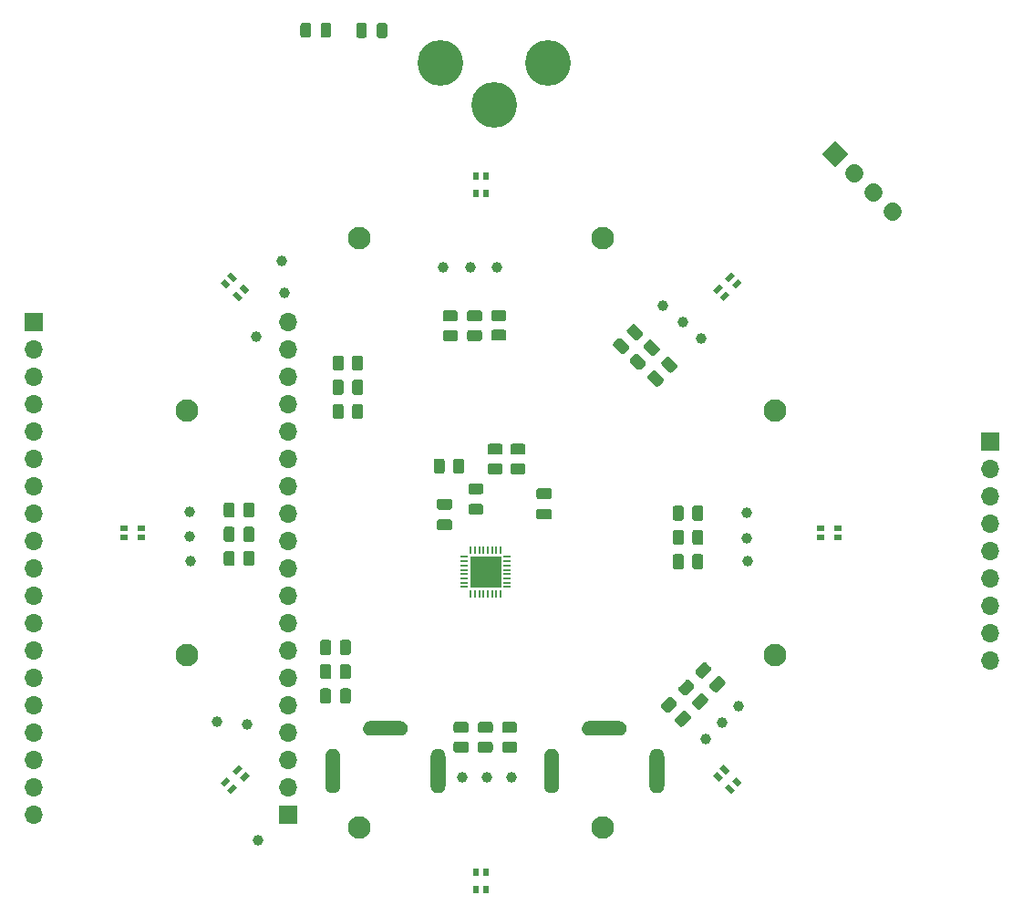
<source format=gts>
%TF.GenerationSoftware,KiCad,Pcbnew,(5.1.5)-3*%
%TF.CreationDate,2021-01-12T11:59:14+01:00*%
%TF.ProjectId,smart_object_pcb,736d6172-745f-46f6-926a-6563745f7063,rev?*%
%TF.SameCoordinates,Original*%
%TF.FileFunction,Soldermask,Top*%
%TF.FilePolarity,Negative*%
%FSLAX46Y46*%
G04 Gerber Fmt 4.6, Leading zero omitted, Abs format (unit mm)*
G04 Created by KiCad (PCBNEW (5.1.5)-3) date 2021-01-12 11:59:14*
%MOMM*%
%LPD*%
G04 APERTURE LIST*
%ADD10C,4.240000*%
%ADD11C,0.100000*%
%ADD12O,1.700000X1.700000*%
%ADD13R,1.700000X1.700000*%
%ADD14C,1.700000*%
%ADD15R,0.750000X0.200000*%
%ADD16R,0.200000X0.750000*%
%ADD17R,2.850000X2.850000*%
%ADD18R,0.500000X0.800000*%
%ADD19R,0.800000X0.500000*%
%ADD20C,2.100000*%
%ADD21C,1.000000*%
G04 APERTURE END LIST*
D10*
%TO.C,J7*%
X146560000Y-62724500D03*
X156590000Y-62724500D03*
X151575000Y-66684500D03*
%TD*%
D11*
%TO.C,J5*%
G36*
X156974653Y-126390275D02*
G01*
X157040662Y-126400067D01*
X157105394Y-126416282D01*
X157168225Y-126438763D01*
X157228550Y-126467294D01*
X157285788Y-126501601D01*
X157339388Y-126541354D01*
X157388833Y-126586168D01*
X157433647Y-126635613D01*
X157473400Y-126689213D01*
X157507707Y-126746451D01*
X157536238Y-126806776D01*
X157558719Y-126869607D01*
X157574934Y-126934339D01*
X157584726Y-127000348D01*
X157588000Y-127067000D01*
X157588000Y-129857000D01*
X157584726Y-129923652D01*
X157574934Y-129989661D01*
X157558719Y-130054393D01*
X157536238Y-130117224D01*
X157507707Y-130177549D01*
X157473400Y-130234787D01*
X157433647Y-130288387D01*
X157388833Y-130337832D01*
X157339388Y-130382646D01*
X157285788Y-130422399D01*
X157228550Y-130456706D01*
X157168225Y-130485237D01*
X157105394Y-130507718D01*
X157040662Y-130523933D01*
X156974653Y-130533725D01*
X156908001Y-130536999D01*
X156907999Y-130536999D01*
X156841347Y-130533725D01*
X156775338Y-130523933D01*
X156710606Y-130507718D01*
X156647775Y-130485237D01*
X156587450Y-130456706D01*
X156530212Y-130422399D01*
X156476612Y-130382646D01*
X156427167Y-130337832D01*
X156382353Y-130288387D01*
X156342600Y-130234787D01*
X156308293Y-130177549D01*
X156279762Y-130117224D01*
X156257281Y-130054393D01*
X156241066Y-129989661D01*
X156231274Y-129923652D01*
X156228000Y-129857000D01*
X156228000Y-127067000D01*
X156231274Y-127000348D01*
X156241066Y-126934339D01*
X156257281Y-126869607D01*
X156279762Y-126806776D01*
X156308293Y-126746451D01*
X156342600Y-126689213D01*
X156382353Y-126635613D01*
X156427167Y-126586168D01*
X156476612Y-126541354D01*
X156530212Y-126501601D01*
X156587450Y-126467294D01*
X156647775Y-126438763D01*
X156710606Y-126416282D01*
X156775338Y-126400067D01*
X156841347Y-126390275D01*
X156907999Y-126387001D01*
X156908001Y-126387001D01*
X156974653Y-126390275D01*
G37*
G36*
X166754653Y-126390275D02*
G01*
X166820662Y-126400067D01*
X166885394Y-126416282D01*
X166948225Y-126438763D01*
X167008550Y-126467294D01*
X167065788Y-126501601D01*
X167119388Y-126541354D01*
X167168833Y-126586168D01*
X167213647Y-126635613D01*
X167253400Y-126689213D01*
X167287707Y-126746451D01*
X167316238Y-126806776D01*
X167338719Y-126869607D01*
X167354934Y-126934339D01*
X167364726Y-127000348D01*
X167368000Y-127067000D01*
X167368000Y-129857000D01*
X167364726Y-129923652D01*
X167354934Y-129989661D01*
X167338719Y-130054393D01*
X167316238Y-130117224D01*
X167287707Y-130177549D01*
X167253400Y-130234787D01*
X167213647Y-130288387D01*
X167168833Y-130337832D01*
X167119388Y-130382646D01*
X167065788Y-130422399D01*
X167008550Y-130456706D01*
X166948225Y-130485237D01*
X166885394Y-130507718D01*
X166820662Y-130523933D01*
X166754653Y-130533725D01*
X166688001Y-130536999D01*
X166687999Y-130536999D01*
X166621347Y-130533725D01*
X166555338Y-130523933D01*
X166490606Y-130507718D01*
X166427775Y-130485237D01*
X166367450Y-130456706D01*
X166310212Y-130422399D01*
X166256612Y-130382646D01*
X166207167Y-130337832D01*
X166162353Y-130288387D01*
X166122600Y-130234787D01*
X166088293Y-130177549D01*
X166059762Y-130117224D01*
X166037281Y-130054393D01*
X166021066Y-129989661D01*
X166011274Y-129923652D01*
X166008000Y-129857000D01*
X166008000Y-127067000D01*
X166011274Y-127000348D01*
X166021066Y-126934339D01*
X166037281Y-126869607D01*
X166059762Y-126806776D01*
X166088293Y-126746451D01*
X166122600Y-126689213D01*
X166162353Y-126635613D01*
X166207167Y-126586168D01*
X166256612Y-126541354D01*
X166310212Y-126501601D01*
X166367450Y-126467294D01*
X166427775Y-126438763D01*
X166490606Y-126416282D01*
X166555338Y-126400067D01*
X166621347Y-126390275D01*
X166687999Y-126387001D01*
X166688001Y-126387001D01*
X166754653Y-126390275D01*
G37*
G36*
X163259652Y-123840273D02*
G01*
X163325661Y-123850065D01*
X163390394Y-123866280D01*
X163453225Y-123888761D01*
X163513550Y-123917293D01*
X163570788Y-123951600D01*
X163624387Y-123991352D01*
X163673833Y-124036166D01*
X163718647Y-124085612D01*
X163758399Y-124139211D01*
X163792706Y-124196449D01*
X163821238Y-124256774D01*
X163843719Y-124319605D01*
X163859934Y-124384338D01*
X163869726Y-124450347D01*
X163873000Y-124516999D01*
X163873000Y-124517001D01*
X163869726Y-124583653D01*
X163859934Y-124649662D01*
X163843719Y-124714395D01*
X163821238Y-124777226D01*
X163792706Y-124837551D01*
X163758399Y-124894789D01*
X163718647Y-124948388D01*
X163673833Y-124997834D01*
X163624387Y-125042648D01*
X163570788Y-125082400D01*
X163513550Y-125116707D01*
X163453225Y-125145239D01*
X163390394Y-125167720D01*
X163325661Y-125183935D01*
X163259652Y-125193727D01*
X163193000Y-125197001D01*
X160403000Y-125197001D01*
X160336348Y-125193727D01*
X160270339Y-125183935D01*
X160205606Y-125167720D01*
X160142775Y-125145239D01*
X160082450Y-125116707D01*
X160025212Y-125082400D01*
X159971613Y-125042648D01*
X159922167Y-124997834D01*
X159877353Y-124948388D01*
X159837601Y-124894789D01*
X159803294Y-124837551D01*
X159774762Y-124777226D01*
X159752281Y-124714395D01*
X159736066Y-124649662D01*
X159726274Y-124583653D01*
X159723000Y-124517001D01*
X159723000Y-124516999D01*
X159726274Y-124450347D01*
X159736066Y-124384338D01*
X159752281Y-124319605D01*
X159774762Y-124256774D01*
X159803294Y-124196449D01*
X159837601Y-124139211D01*
X159877353Y-124085612D01*
X159922167Y-124036166D01*
X159971613Y-123991352D01*
X160025212Y-123951600D01*
X160082450Y-123917293D01*
X160142775Y-123888761D01*
X160205606Y-123866280D01*
X160270339Y-123850065D01*
X160336348Y-123840273D01*
X160403000Y-123836999D01*
X163193000Y-123836999D01*
X163259652Y-123840273D01*
G37*
%TD*%
D12*
%TO.C,J2*%
X132400000Y-86800000D03*
X132400000Y-89340000D03*
X132400000Y-91880000D03*
X132400000Y-94420000D03*
X132400000Y-96960000D03*
X132400000Y-99500000D03*
X132400000Y-102040000D03*
X132400000Y-104580000D03*
X132400000Y-107120000D03*
X132400000Y-109660000D03*
X132400000Y-112200000D03*
X132400000Y-114740000D03*
X132400000Y-117280000D03*
X132400000Y-119820000D03*
X132400000Y-122360000D03*
X132400000Y-124900000D03*
X132400000Y-127440000D03*
X132400000Y-129980000D03*
D13*
X132400000Y-132520000D03*
%TD*%
D11*
%TO.C,R2*%
G36*
X152136506Y-98095204D02*
G01*
X152160774Y-98098804D01*
X152184573Y-98104765D01*
X152207672Y-98113030D01*
X152229850Y-98123519D01*
X152250893Y-98136132D01*
X152270599Y-98150747D01*
X152288777Y-98167223D01*
X152305253Y-98185401D01*
X152319868Y-98205107D01*
X152332481Y-98226150D01*
X152342970Y-98248328D01*
X152351235Y-98271427D01*
X152357196Y-98295226D01*
X152360796Y-98319494D01*
X152362000Y-98343998D01*
X152362000Y-98869002D01*
X152360796Y-98893506D01*
X152357196Y-98917774D01*
X152351235Y-98941573D01*
X152342970Y-98964672D01*
X152332481Y-98986850D01*
X152319868Y-99007893D01*
X152305253Y-99027599D01*
X152288777Y-99045777D01*
X152270599Y-99062253D01*
X152250893Y-99076868D01*
X152229850Y-99089481D01*
X152207672Y-99099970D01*
X152184573Y-99108235D01*
X152160774Y-99114196D01*
X152136506Y-99117796D01*
X152112002Y-99119000D01*
X151211998Y-99119000D01*
X151187494Y-99117796D01*
X151163226Y-99114196D01*
X151139427Y-99108235D01*
X151116328Y-99099970D01*
X151094150Y-99089481D01*
X151073107Y-99076868D01*
X151053401Y-99062253D01*
X151035223Y-99045777D01*
X151018747Y-99027599D01*
X151004132Y-99007893D01*
X150991519Y-98986850D01*
X150981030Y-98964672D01*
X150972765Y-98941573D01*
X150966804Y-98917774D01*
X150963204Y-98893506D01*
X150962000Y-98869002D01*
X150962000Y-98343998D01*
X150963204Y-98319494D01*
X150966804Y-98295226D01*
X150972765Y-98271427D01*
X150981030Y-98248328D01*
X150991519Y-98226150D01*
X151004132Y-98205107D01*
X151018747Y-98185401D01*
X151035223Y-98167223D01*
X151053401Y-98150747D01*
X151073107Y-98136132D01*
X151094150Y-98123519D01*
X151116328Y-98113030D01*
X151139427Y-98104765D01*
X151163226Y-98098804D01*
X151187494Y-98095204D01*
X151211998Y-98094000D01*
X152112002Y-98094000D01*
X152136506Y-98095204D01*
G37*
G36*
X152136506Y-99920204D02*
G01*
X152160774Y-99923804D01*
X152184573Y-99929765D01*
X152207672Y-99938030D01*
X152229850Y-99948519D01*
X152250893Y-99961132D01*
X152270599Y-99975747D01*
X152288777Y-99992223D01*
X152305253Y-100010401D01*
X152319868Y-100030107D01*
X152332481Y-100051150D01*
X152342970Y-100073328D01*
X152351235Y-100096427D01*
X152357196Y-100120226D01*
X152360796Y-100144494D01*
X152362000Y-100168998D01*
X152362000Y-100694002D01*
X152360796Y-100718506D01*
X152357196Y-100742774D01*
X152351235Y-100766573D01*
X152342970Y-100789672D01*
X152332481Y-100811850D01*
X152319868Y-100832893D01*
X152305253Y-100852599D01*
X152288777Y-100870777D01*
X152270599Y-100887253D01*
X152250893Y-100901868D01*
X152229850Y-100914481D01*
X152207672Y-100924970D01*
X152184573Y-100933235D01*
X152160774Y-100939196D01*
X152136506Y-100942796D01*
X152112002Y-100944000D01*
X151211998Y-100944000D01*
X151187494Y-100942796D01*
X151163226Y-100939196D01*
X151139427Y-100933235D01*
X151116328Y-100924970D01*
X151094150Y-100914481D01*
X151073107Y-100901868D01*
X151053401Y-100887253D01*
X151035223Y-100870777D01*
X151018747Y-100852599D01*
X151004132Y-100832893D01*
X150991519Y-100811850D01*
X150981030Y-100789672D01*
X150972765Y-100766573D01*
X150966804Y-100742774D01*
X150963204Y-100718506D01*
X150962000Y-100694002D01*
X150962000Y-100168998D01*
X150963204Y-100144494D01*
X150966804Y-100120226D01*
X150972765Y-100096427D01*
X150981030Y-100073328D01*
X150991519Y-100051150D01*
X151004132Y-100030107D01*
X151018747Y-100010401D01*
X151035223Y-99992223D01*
X151053401Y-99975747D01*
X151073107Y-99961132D01*
X151094150Y-99948519D01*
X151116328Y-99938030D01*
X151139427Y-99929765D01*
X151163226Y-99923804D01*
X151187494Y-99920204D01*
X151211998Y-99919000D01*
X152112002Y-99919000D01*
X152136506Y-99920204D01*
G37*
%TD*%
%TO.C,R28*%
G36*
X150348142Y-101805674D02*
G01*
X150371803Y-101809184D01*
X150395007Y-101814996D01*
X150417529Y-101823054D01*
X150439153Y-101833282D01*
X150459670Y-101845579D01*
X150478883Y-101859829D01*
X150496607Y-101875893D01*
X150512671Y-101893617D01*
X150526921Y-101912830D01*
X150539218Y-101933347D01*
X150549446Y-101954971D01*
X150557504Y-101977493D01*
X150563316Y-102000697D01*
X150566826Y-102024358D01*
X150568000Y-102048250D01*
X150568000Y-102535750D01*
X150566826Y-102559642D01*
X150563316Y-102583303D01*
X150557504Y-102606507D01*
X150549446Y-102629029D01*
X150539218Y-102650653D01*
X150526921Y-102671170D01*
X150512671Y-102690383D01*
X150496607Y-102708107D01*
X150478883Y-102724171D01*
X150459670Y-102738421D01*
X150439153Y-102750718D01*
X150417529Y-102760946D01*
X150395007Y-102769004D01*
X150371803Y-102774816D01*
X150348142Y-102778326D01*
X150324250Y-102779500D01*
X149411750Y-102779500D01*
X149387858Y-102778326D01*
X149364197Y-102774816D01*
X149340993Y-102769004D01*
X149318471Y-102760946D01*
X149296847Y-102750718D01*
X149276330Y-102738421D01*
X149257117Y-102724171D01*
X149239393Y-102708107D01*
X149223329Y-102690383D01*
X149209079Y-102671170D01*
X149196782Y-102650653D01*
X149186554Y-102629029D01*
X149178496Y-102606507D01*
X149172684Y-102583303D01*
X149169174Y-102559642D01*
X149168000Y-102535750D01*
X149168000Y-102048250D01*
X149169174Y-102024358D01*
X149172684Y-102000697D01*
X149178496Y-101977493D01*
X149186554Y-101954971D01*
X149196782Y-101933347D01*
X149209079Y-101912830D01*
X149223329Y-101893617D01*
X149239393Y-101875893D01*
X149257117Y-101859829D01*
X149276330Y-101845579D01*
X149296847Y-101833282D01*
X149318471Y-101823054D01*
X149340993Y-101814996D01*
X149364197Y-101809184D01*
X149387858Y-101805674D01*
X149411750Y-101804500D01*
X150324250Y-101804500D01*
X150348142Y-101805674D01*
G37*
G36*
X150348142Y-103680674D02*
G01*
X150371803Y-103684184D01*
X150395007Y-103689996D01*
X150417529Y-103698054D01*
X150439153Y-103708282D01*
X150459670Y-103720579D01*
X150478883Y-103734829D01*
X150496607Y-103750893D01*
X150512671Y-103768617D01*
X150526921Y-103787830D01*
X150539218Y-103808347D01*
X150549446Y-103829971D01*
X150557504Y-103852493D01*
X150563316Y-103875697D01*
X150566826Y-103899358D01*
X150568000Y-103923250D01*
X150568000Y-104410750D01*
X150566826Y-104434642D01*
X150563316Y-104458303D01*
X150557504Y-104481507D01*
X150549446Y-104504029D01*
X150539218Y-104525653D01*
X150526921Y-104546170D01*
X150512671Y-104565383D01*
X150496607Y-104583107D01*
X150478883Y-104599171D01*
X150459670Y-104613421D01*
X150439153Y-104625718D01*
X150417529Y-104635946D01*
X150395007Y-104644004D01*
X150371803Y-104649816D01*
X150348142Y-104653326D01*
X150324250Y-104654500D01*
X149411750Y-104654500D01*
X149387858Y-104653326D01*
X149364197Y-104649816D01*
X149340993Y-104644004D01*
X149318471Y-104635946D01*
X149296847Y-104625718D01*
X149276330Y-104613421D01*
X149257117Y-104599171D01*
X149239393Y-104583107D01*
X149223329Y-104565383D01*
X149209079Y-104546170D01*
X149196782Y-104525653D01*
X149186554Y-104504029D01*
X149178496Y-104481507D01*
X149172684Y-104458303D01*
X149169174Y-104434642D01*
X149168000Y-104410750D01*
X149168000Y-103923250D01*
X149169174Y-103899358D01*
X149172684Y-103875697D01*
X149178496Y-103852493D01*
X149186554Y-103829971D01*
X149196782Y-103808347D01*
X149209079Y-103787830D01*
X149223329Y-103768617D01*
X149239393Y-103750893D01*
X149257117Y-103734829D01*
X149276330Y-103720579D01*
X149296847Y-103708282D01*
X149318471Y-103698054D01*
X149340993Y-103689996D01*
X149364197Y-103684184D01*
X149387858Y-103680674D01*
X149411750Y-103679500D01*
X150324250Y-103679500D01*
X150348142Y-103680674D01*
G37*
%TD*%
%TO.C,C4*%
G36*
X136214642Y-59009174D02*
G01*
X136238303Y-59012684D01*
X136261507Y-59018496D01*
X136284029Y-59026554D01*
X136305653Y-59036782D01*
X136326170Y-59049079D01*
X136345383Y-59063329D01*
X136363107Y-59079393D01*
X136379171Y-59097117D01*
X136393421Y-59116330D01*
X136405718Y-59136847D01*
X136415946Y-59158471D01*
X136424004Y-59180993D01*
X136429816Y-59204197D01*
X136433326Y-59227858D01*
X136434500Y-59251750D01*
X136434500Y-60164250D01*
X136433326Y-60188142D01*
X136429816Y-60211803D01*
X136424004Y-60235007D01*
X136415946Y-60257529D01*
X136405718Y-60279153D01*
X136393421Y-60299670D01*
X136379171Y-60318883D01*
X136363107Y-60336607D01*
X136345383Y-60352671D01*
X136326170Y-60366921D01*
X136305653Y-60379218D01*
X136284029Y-60389446D01*
X136261507Y-60397504D01*
X136238303Y-60403316D01*
X136214642Y-60406826D01*
X136190750Y-60408000D01*
X135703250Y-60408000D01*
X135679358Y-60406826D01*
X135655697Y-60403316D01*
X135632493Y-60397504D01*
X135609971Y-60389446D01*
X135588347Y-60379218D01*
X135567830Y-60366921D01*
X135548617Y-60352671D01*
X135530893Y-60336607D01*
X135514829Y-60318883D01*
X135500579Y-60299670D01*
X135488282Y-60279153D01*
X135478054Y-60257529D01*
X135469996Y-60235007D01*
X135464184Y-60211803D01*
X135460674Y-60188142D01*
X135459500Y-60164250D01*
X135459500Y-59251750D01*
X135460674Y-59227858D01*
X135464184Y-59204197D01*
X135469996Y-59180993D01*
X135478054Y-59158471D01*
X135488282Y-59136847D01*
X135500579Y-59116330D01*
X135514829Y-59097117D01*
X135530893Y-59079393D01*
X135548617Y-59063329D01*
X135567830Y-59049079D01*
X135588347Y-59036782D01*
X135609971Y-59026554D01*
X135632493Y-59018496D01*
X135655697Y-59012684D01*
X135679358Y-59009174D01*
X135703250Y-59008000D01*
X136190750Y-59008000D01*
X136214642Y-59009174D01*
G37*
G36*
X134339642Y-59009174D02*
G01*
X134363303Y-59012684D01*
X134386507Y-59018496D01*
X134409029Y-59026554D01*
X134430653Y-59036782D01*
X134451170Y-59049079D01*
X134470383Y-59063329D01*
X134488107Y-59079393D01*
X134504171Y-59097117D01*
X134518421Y-59116330D01*
X134530718Y-59136847D01*
X134540946Y-59158471D01*
X134549004Y-59180993D01*
X134554816Y-59204197D01*
X134558326Y-59227858D01*
X134559500Y-59251750D01*
X134559500Y-60164250D01*
X134558326Y-60188142D01*
X134554816Y-60211803D01*
X134549004Y-60235007D01*
X134540946Y-60257529D01*
X134530718Y-60279153D01*
X134518421Y-60299670D01*
X134504171Y-60318883D01*
X134488107Y-60336607D01*
X134470383Y-60352671D01*
X134451170Y-60366921D01*
X134430653Y-60379218D01*
X134409029Y-60389446D01*
X134386507Y-60397504D01*
X134363303Y-60403316D01*
X134339642Y-60406826D01*
X134315750Y-60408000D01*
X133828250Y-60408000D01*
X133804358Y-60406826D01*
X133780697Y-60403316D01*
X133757493Y-60397504D01*
X133734971Y-60389446D01*
X133713347Y-60379218D01*
X133692830Y-60366921D01*
X133673617Y-60352671D01*
X133655893Y-60336607D01*
X133639829Y-60318883D01*
X133625579Y-60299670D01*
X133613282Y-60279153D01*
X133603054Y-60257529D01*
X133594996Y-60235007D01*
X133589184Y-60211803D01*
X133585674Y-60188142D01*
X133584500Y-60164250D01*
X133584500Y-59251750D01*
X133585674Y-59227858D01*
X133589184Y-59204197D01*
X133594996Y-59180993D01*
X133603054Y-59158471D01*
X133613282Y-59136847D01*
X133625579Y-59116330D01*
X133639829Y-59097117D01*
X133655893Y-59079393D01*
X133673617Y-59063329D01*
X133692830Y-59049079D01*
X133713347Y-59036782D01*
X133734971Y-59026554D01*
X133757493Y-59018496D01*
X133780697Y-59012684D01*
X133804358Y-59009174D01*
X133828250Y-59008000D01*
X134315750Y-59008000D01*
X134339642Y-59009174D01*
G37*
%TD*%
%TO.C,C3*%
G36*
X141417642Y-59044174D02*
G01*
X141441303Y-59047684D01*
X141464507Y-59053496D01*
X141487029Y-59061554D01*
X141508653Y-59071782D01*
X141529170Y-59084079D01*
X141548383Y-59098329D01*
X141566107Y-59114393D01*
X141582171Y-59132117D01*
X141596421Y-59151330D01*
X141608718Y-59171847D01*
X141618946Y-59193471D01*
X141627004Y-59215993D01*
X141632816Y-59239197D01*
X141636326Y-59262858D01*
X141637500Y-59286750D01*
X141637500Y-60199250D01*
X141636326Y-60223142D01*
X141632816Y-60246803D01*
X141627004Y-60270007D01*
X141618946Y-60292529D01*
X141608718Y-60314153D01*
X141596421Y-60334670D01*
X141582171Y-60353883D01*
X141566107Y-60371607D01*
X141548383Y-60387671D01*
X141529170Y-60401921D01*
X141508653Y-60414218D01*
X141487029Y-60424446D01*
X141464507Y-60432504D01*
X141441303Y-60438316D01*
X141417642Y-60441826D01*
X141393750Y-60443000D01*
X140906250Y-60443000D01*
X140882358Y-60441826D01*
X140858697Y-60438316D01*
X140835493Y-60432504D01*
X140812971Y-60424446D01*
X140791347Y-60414218D01*
X140770830Y-60401921D01*
X140751617Y-60387671D01*
X140733893Y-60371607D01*
X140717829Y-60353883D01*
X140703579Y-60334670D01*
X140691282Y-60314153D01*
X140681054Y-60292529D01*
X140672996Y-60270007D01*
X140667184Y-60246803D01*
X140663674Y-60223142D01*
X140662500Y-60199250D01*
X140662500Y-59286750D01*
X140663674Y-59262858D01*
X140667184Y-59239197D01*
X140672996Y-59215993D01*
X140681054Y-59193471D01*
X140691282Y-59171847D01*
X140703579Y-59151330D01*
X140717829Y-59132117D01*
X140733893Y-59114393D01*
X140751617Y-59098329D01*
X140770830Y-59084079D01*
X140791347Y-59071782D01*
X140812971Y-59061554D01*
X140835493Y-59053496D01*
X140858697Y-59047684D01*
X140882358Y-59044174D01*
X140906250Y-59043000D01*
X141393750Y-59043000D01*
X141417642Y-59044174D01*
G37*
G36*
X139542642Y-59044174D02*
G01*
X139566303Y-59047684D01*
X139589507Y-59053496D01*
X139612029Y-59061554D01*
X139633653Y-59071782D01*
X139654170Y-59084079D01*
X139673383Y-59098329D01*
X139691107Y-59114393D01*
X139707171Y-59132117D01*
X139721421Y-59151330D01*
X139733718Y-59171847D01*
X139743946Y-59193471D01*
X139752004Y-59215993D01*
X139757816Y-59239197D01*
X139761326Y-59262858D01*
X139762500Y-59286750D01*
X139762500Y-60199250D01*
X139761326Y-60223142D01*
X139757816Y-60246803D01*
X139752004Y-60270007D01*
X139743946Y-60292529D01*
X139733718Y-60314153D01*
X139721421Y-60334670D01*
X139707171Y-60353883D01*
X139691107Y-60371607D01*
X139673383Y-60387671D01*
X139654170Y-60401921D01*
X139633653Y-60414218D01*
X139612029Y-60424446D01*
X139589507Y-60432504D01*
X139566303Y-60438316D01*
X139542642Y-60441826D01*
X139518750Y-60443000D01*
X139031250Y-60443000D01*
X139007358Y-60441826D01*
X138983697Y-60438316D01*
X138960493Y-60432504D01*
X138937971Y-60424446D01*
X138916347Y-60414218D01*
X138895830Y-60401921D01*
X138876617Y-60387671D01*
X138858893Y-60371607D01*
X138842829Y-60353883D01*
X138828579Y-60334670D01*
X138816282Y-60314153D01*
X138806054Y-60292529D01*
X138797996Y-60270007D01*
X138792184Y-60246803D01*
X138788674Y-60223142D01*
X138787500Y-60199250D01*
X138787500Y-59286750D01*
X138788674Y-59262858D01*
X138792184Y-59239197D01*
X138797996Y-59215993D01*
X138806054Y-59193471D01*
X138816282Y-59171847D01*
X138828579Y-59151330D01*
X138842829Y-59132117D01*
X138858893Y-59114393D01*
X138876617Y-59098329D01*
X138895830Y-59084079D01*
X138916347Y-59071782D01*
X138937971Y-59061554D01*
X138960493Y-59053496D01*
X138983697Y-59047684D01*
X139007358Y-59044174D01*
X139031250Y-59043000D01*
X139518750Y-59043000D01*
X139542642Y-59044174D01*
G37*
%TD*%
%TO.C,LED7*%
G36*
X172451885Y-129441834D02*
G01*
X171886200Y-128876149D01*
X172239753Y-128522596D01*
X172805438Y-129088281D01*
X172451885Y-129441834D01*
G37*
G36*
X173088281Y-128805438D02*
G01*
X172522596Y-128239753D01*
X172876149Y-127886200D01*
X173441834Y-128451885D01*
X173088281Y-128805438D01*
G37*
G36*
X174219651Y-129936808D02*
G01*
X173653966Y-129371123D01*
X174007519Y-129017570D01*
X174573204Y-129583255D01*
X174219651Y-129936808D01*
G37*
G36*
X173583255Y-130573204D02*
G01*
X173017570Y-130007519D01*
X173371123Y-129653966D01*
X173936808Y-130219651D01*
X173583255Y-130573204D01*
G37*
%TD*%
%TO.C,J4*%
G36*
X183200000Y-69997918D02*
G01*
X184402082Y-71200000D01*
X183200000Y-72402082D01*
X181997918Y-71200000D01*
X183200000Y-69997918D01*
G37*
D14*
X184996051Y-72996051D02*
X184996051Y-72996051D01*
X186792102Y-74792102D02*
X186792102Y-74792102D01*
X188588154Y-76588154D02*
X188588154Y-76588154D01*
%TD*%
D11*
%TO.C,LED4*%
G36*
X126156498Y-129583255D02*
G01*
X126722183Y-129017570D01*
X127075736Y-129371123D01*
X126510051Y-129936808D01*
X126156498Y-129583255D01*
G37*
G36*
X126792894Y-130219651D02*
G01*
X127358579Y-129653966D01*
X127712132Y-130007519D01*
X127146447Y-130573204D01*
X126792894Y-130219651D01*
G37*
G36*
X127924264Y-129088281D02*
G01*
X128489949Y-128522596D01*
X128843502Y-128876149D01*
X128277817Y-129441834D01*
X127924264Y-129088281D01*
G37*
G36*
X127287868Y-128451885D02*
G01*
X127853553Y-127886200D01*
X128207106Y-128239753D01*
X127641421Y-128805438D01*
X127287868Y-128451885D01*
G37*
%TD*%
%TO.C,R8*%
G36*
X137362006Y-94401204D02*
G01*
X137386274Y-94404804D01*
X137410073Y-94410765D01*
X137433172Y-94419030D01*
X137455350Y-94429519D01*
X137476393Y-94442132D01*
X137496099Y-94456747D01*
X137514277Y-94473223D01*
X137530753Y-94491401D01*
X137545368Y-94511107D01*
X137557981Y-94532150D01*
X137568470Y-94554328D01*
X137576735Y-94577427D01*
X137582696Y-94601226D01*
X137586296Y-94625494D01*
X137587500Y-94649998D01*
X137587500Y-95550002D01*
X137586296Y-95574506D01*
X137582696Y-95598774D01*
X137576735Y-95622573D01*
X137568470Y-95645672D01*
X137557981Y-95667850D01*
X137545368Y-95688893D01*
X137530753Y-95708599D01*
X137514277Y-95726777D01*
X137496099Y-95743253D01*
X137476393Y-95757868D01*
X137455350Y-95770481D01*
X137433172Y-95780970D01*
X137410073Y-95789235D01*
X137386274Y-95795196D01*
X137362006Y-95798796D01*
X137337502Y-95800000D01*
X136812498Y-95800000D01*
X136787994Y-95798796D01*
X136763726Y-95795196D01*
X136739927Y-95789235D01*
X136716828Y-95780970D01*
X136694650Y-95770481D01*
X136673607Y-95757868D01*
X136653901Y-95743253D01*
X136635723Y-95726777D01*
X136619247Y-95708599D01*
X136604632Y-95688893D01*
X136592019Y-95667850D01*
X136581530Y-95645672D01*
X136573265Y-95622573D01*
X136567304Y-95598774D01*
X136563704Y-95574506D01*
X136562500Y-95550002D01*
X136562500Y-94649998D01*
X136563704Y-94625494D01*
X136567304Y-94601226D01*
X136573265Y-94577427D01*
X136581530Y-94554328D01*
X136592019Y-94532150D01*
X136604632Y-94511107D01*
X136619247Y-94491401D01*
X136635723Y-94473223D01*
X136653901Y-94456747D01*
X136673607Y-94442132D01*
X136694650Y-94429519D01*
X136716828Y-94419030D01*
X136739927Y-94410765D01*
X136763726Y-94404804D01*
X136787994Y-94401204D01*
X136812498Y-94400000D01*
X137337502Y-94400000D01*
X137362006Y-94401204D01*
G37*
G36*
X139187006Y-94401204D02*
G01*
X139211274Y-94404804D01*
X139235073Y-94410765D01*
X139258172Y-94419030D01*
X139280350Y-94429519D01*
X139301393Y-94442132D01*
X139321099Y-94456747D01*
X139339277Y-94473223D01*
X139355753Y-94491401D01*
X139370368Y-94511107D01*
X139382981Y-94532150D01*
X139393470Y-94554328D01*
X139401735Y-94577427D01*
X139407696Y-94601226D01*
X139411296Y-94625494D01*
X139412500Y-94649998D01*
X139412500Y-95550002D01*
X139411296Y-95574506D01*
X139407696Y-95598774D01*
X139401735Y-95622573D01*
X139393470Y-95645672D01*
X139382981Y-95667850D01*
X139370368Y-95688893D01*
X139355753Y-95708599D01*
X139339277Y-95726777D01*
X139321099Y-95743253D01*
X139301393Y-95757868D01*
X139280350Y-95770481D01*
X139258172Y-95780970D01*
X139235073Y-95789235D01*
X139211274Y-95795196D01*
X139187006Y-95798796D01*
X139162502Y-95800000D01*
X138637498Y-95800000D01*
X138612994Y-95798796D01*
X138588726Y-95795196D01*
X138564927Y-95789235D01*
X138541828Y-95780970D01*
X138519650Y-95770481D01*
X138498607Y-95757868D01*
X138478901Y-95743253D01*
X138460723Y-95726777D01*
X138444247Y-95708599D01*
X138429632Y-95688893D01*
X138417019Y-95667850D01*
X138406530Y-95645672D01*
X138398265Y-95622573D01*
X138392304Y-95598774D01*
X138388704Y-95574506D01*
X138387500Y-95550002D01*
X138387500Y-94649998D01*
X138388704Y-94625494D01*
X138392304Y-94601226D01*
X138398265Y-94577427D01*
X138406530Y-94554328D01*
X138417019Y-94532150D01*
X138429632Y-94511107D01*
X138444247Y-94491401D01*
X138460723Y-94473223D01*
X138478901Y-94456747D01*
X138498607Y-94442132D01*
X138519650Y-94429519D01*
X138541828Y-94419030D01*
X138564927Y-94410765D01*
X138588726Y-94404804D01*
X138612994Y-94401204D01*
X138637498Y-94400000D01*
X139162502Y-94400000D01*
X139187006Y-94401204D01*
G37*
%TD*%
%TO.C,R7*%
G36*
X139187006Y-92151204D02*
G01*
X139211274Y-92154804D01*
X139235073Y-92160765D01*
X139258172Y-92169030D01*
X139280350Y-92179519D01*
X139301393Y-92192132D01*
X139321099Y-92206747D01*
X139339277Y-92223223D01*
X139355753Y-92241401D01*
X139370368Y-92261107D01*
X139382981Y-92282150D01*
X139393470Y-92304328D01*
X139401735Y-92327427D01*
X139407696Y-92351226D01*
X139411296Y-92375494D01*
X139412500Y-92399998D01*
X139412500Y-93300002D01*
X139411296Y-93324506D01*
X139407696Y-93348774D01*
X139401735Y-93372573D01*
X139393470Y-93395672D01*
X139382981Y-93417850D01*
X139370368Y-93438893D01*
X139355753Y-93458599D01*
X139339277Y-93476777D01*
X139321099Y-93493253D01*
X139301393Y-93507868D01*
X139280350Y-93520481D01*
X139258172Y-93530970D01*
X139235073Y-93539235D01*
X139211274Y-93545196D01*
X139187006Y-93548796D01*
X139162502Y-93550000D01*
X138637498Y-93550000D01*
X138612994Y-93548796D01*
X138588726Y-93545196D01*
X138564927Y-93539235D01*
X138541828Y-93530970D01*
X138519650Y-93520481D01*
X138498607Y-93507868D01*
X138478901Y-93493253D01*
X138460723Y-93476777D01*
X138444247Y-93458599D01*
X138429632Y-93438893D01*
X138417019Y-93417850D01*
X138406530Y-93395672D01*
X138398265Y-93372573D01*
X138392304Y-93348774D01*
X138388704Y-93324506D01*
X138387500Y-93300002D01*
X138387500Y-92399998D01*
X138388704Y-92375494D01*
X138392304Y-92351226D01*
X138398265Y-92327427D01*
X138406530Y-92304328D01*
X138417019Y-92282150D01*
X138429632Y-92261107D01*
X138444247Y-92241401D01*
X138460723Y-92223223D01*
X138478901Y-92206747D01*
X138498607Y-92192132D01*
X138519650Y-92179519D01*
X138541828Y-92169030D01*
X138564927Y-92160765D01*
X138588726Y-92154804D01*
X138612994Y-92151204D01*
X138637498Y-92150000D01*
X139162502Y-92150000D01*
X139187006Y-92151204D01*
G37*
G36*
X137362006Y-92151204D02*
G01*
X137386274Y-92154804D01*
X137410073Y-92160765D01*
X137433172Y-92169030D01*
X137455350Y-92179519D01*
X137476393Y-92192132D01*
X137496099Y-92206747D01*
X137514277Y-92223223D01*
X137530753Y-92241401D01*
X137545368Y-92261107D01*
X137557981Y-92282150D01*
X137568470Y-92304328D01*
X137576735Y-92327427D01*
X137582696Y-92351226D01*
X137586296Y-92375494D01*
X137587500Y-92399998D01*
X137587500Y-93300002D01*
X137586296Y-93324506D01*
X137582696Y-93348774D01*
X137576735Y-93372573D01*
X137568470Y-93395672D01*
X137557981Y-93417850D01*
X137545368Y-93438893D01*
X137530753Y-93458599D01*
X137514277Y-93476777D01*
X137496099Y-93493253D01*
X137476393Y-93507868D01*
X137455350Y-93520481D01*
X137433172Y-93530970D01*
X137410073Y-93539235D01*
X137386274Y-93545196D01*
X137362006Y-93548796D01*
X137337502Y-93550000D01*
X136812498Y-93550000D01*
X136787994Y-93548796D01*
X136763726Y-93545196D01*
X136739927Y-93539235D01*
X136716828Y-93530970D01*
X136694650Y-93520481D01*
X136673607Y-93507868D01*
X136653901Y-93493253D01*
X136635723Y-93476777D01*
X136619247Y-93458599D01*
X136604632Y-93438893D01*
X136592019Y-93417850D01*
X136581530Y-93395672D01*
X136573265Y-93372573D01*
X136567304Y-93348774D01*
X136563704Y-93324506D01*
X136562500Y-93300002D01*
X136562500Y-92399998D01*
X136563704Y-92375494D01*
X136567304Y-92351226D01*
X136573265Y-92327427D01*
X136581530Y-92304328D01*
X136592019Y-92282150D01*
X136604632Y-92261107D01*
X136619247Y-92241401D01*
X136635723Y-92223223D01*
X136653901Y-92206747D01*
X136673607Y-92192132D01*
X136694650Y-92179519D01*
X136716828Y-92169030D01*
X136739927Y-92160765D01*
X136763726Y-92154804D01*
X136787994Y-92151204D01*
X136812498Y-92150000D01*
X137337502Y-92150000D01*
X137362006Y-92151204D01*
G37*
%TD*%
%TO.C,R1*%
G36*
X154247506Y-99921704D02*
G01*
X154271774Y-99925304D01*
X154295573Y-99931265D01*
X154318672Y-99939530D01*
X154340850Y-99950019D01*
X154361893Y-99962632D01*
X154381599Y-99977247D01*
X154399777Y-99993723D01*
X154416253Y-100011901D01*
X154430868Y-100031607D01*
X154443481Y-100052650D01*
X154453970Y-100074828D01*
X154462235Y-100097927D01*
X154468196Y-100121726D01*
X154471796Y-100145994D01*
X154473000Y-100170498D01*
X154473000Y-100695502D01*
X154471796Y-100720006D01*
X154468196Y-100744274D01*
X154462235Y-100768073D01*
X154453970Y-100791172D01*
X154443481Y-100813350D01*
X154430868Y-100834393D01*
X154416253Y-100854099D01*
X154399777Y-100872277D01*
X154381599Y-100888753D01*
X154361893Y-100903368D01*
X154340850Y-100915981D01*
X154318672Y-100926470D01*
X154295573Y-100934735D01*
X154271774Y-100940696D01*
X154247506Y-100944296D01*
X154223002Y-100945500D01*
X153322998Y-100945500D01*
X153298494Y-100944296D01*
X153274226Y-100940696D01*
X153250427Y-100934735D01*
X153227328Y-100926470D01*
X153205150Y-100915981D01*
X153184107Y-100903368D01*
X153164401Y-100888753D01*
X153146223Y-100872277D01*
X153129747Y-100854099D01*
X153115132Y-100834393D01*
X153102519Y-100813350D01*
X153092030Y-100791172D01*
X153083765Y-100768073D01*
X153077804Y-100744274D01*
X153074204Y-100720006D01*
X153073000Y-100695502D01*
X153073000Y-100170498D01*
X153074204Y-100145994D01*
X153077804Y-100121726D01*
X153083765Y-100097927D01*
X153092030Y-100074828D01*
X153102519Y-100052650D01*
X153115132Y-100031607D01*
X153129747Y-100011901D01*
X153146223Y-99993723D01*
X153164401Y-99977247D01*
X153184107Y-99962632D01*
X153205150Y-99950019D01*
X153227328Y-99939530D01*
X153250427Y-99931265D01*
X153274226Y-99925304D01*
X153298494Y-99921704D01*
X153322998Y-99920500D01*
X154223002Y-99920500D01*
X154247506Y-99921704D01*
G37*
G36*
X154247506Y-98096704D02*
G01*
X154271774Y-98100304D01*
X154295573Y-98106265D01*
X154318672Y-98114530D01*
X154340850Y-98125019D01*
X154361893Y-98137632D01*
X154381599Y-98152247D01*
X154399777Y-98168723D01*
X154416253Y-98186901D01*
X154430868Y-98206607D01*
X154443481Y-98227650D01*
X154453970Y-98249828D01*
X154462235Y-98272927D01*
X154468196Y-98296726D01*
X154471796Y-98320994D01*
X154473000Y-98345498D01*
X154473000Y-98870502D01*
X154471796Y-98895006D01*
X154468196Y-98919274D01*
X154462235Y-98943073D01*
X154453970Y-98966172D01*
X154443481Y-98988350D01*
X154430868Y-99009393D01*
X154416253Y-99029099D01*
X154399777Y-99047277D01*
X154381599Y-99063753D01*
X154361893Y-99078368D01*
X154340850Y-99090981D01*
X154318672Y-99101470D01*
X154295573Y-99109735D01*
X154271774Y-99115696D01*
X154247506Y-99119296D01*
X154223002Y-99120500D01*
X153322998Y-99120500D01*
X153298494Y-99119296D01*
X153274226Y-99115696D01*
X153250427Y-99109735D01*
X153227328Y-99101470D01*
X153205150Y-99090981D01*
X153184107Y-99078368D01*
X153164401Y-99063753D01*
X153146223Y-99047277D01*
X153129747Y-99029099D01*
X153115132Y-99009393D01*
X153102519Y-98988350D01*
X153092030Y-98966172D01*
X153083765Y-98943073D01*
X153077804Y-98919274D01*
X153074204Y-98895006D01*
X153073000Y-98870502D01*
X153073000Y-98345498D01*
X153074204Y-98320994D01*
X153077804Y-98296726D01*
X153083765Y-98272927D01*
X153092030Y-98249828D01*
X153102519Y-98227650D01*
X153115132Y-98206607D01*
X153129747Y-98186901D01*
X153146223Y-98168723D01*
X153164401Y-98152247D01*
X153184107Y-98137632D01*
X153205150Y-98125019D01*
X153227328Y-98114530D01*
X153250427Y-98106265D01*
X153274226Y-98100304D01*
X153298494Y-98096704D01*
X153322998Y-98095500D01*
X154223002Y-98095500D01*
X154247506Y-98096704D01*
G37*
%TD*%
%TO.C,LED2*%
G36*
X127146447Y-82156498D02*
G01*
X127712132Y-82722183D01*
X127358579Y-83075736D01*
X126792894Y-82510051D01*
X127146447Y-82156498D01*
G37*
G36*
X126510051Y-82792894D02*
G01*
X127075736Y-83358579D01*
X126722183Y-83712132D01*
X126156498Y-83146447D01*
X126510051Y-82792894D01*
G37*
G36*
X127641421Y-83924264D02*
G01*
X128207106Y-84489949D01*
X127853553Y-84843502D01*
X127287868Y-84277817D01*
X127641421Y-83924264D01*
G37*
G36*
X128277817Y-83287868D02*
G01*
X128843502Y-83853553D01*
X128489949Y-84207106D01*
X127924264Y-83641421D01*
X128277817Y-83287868D01*
G37*
%TD*%
%TO.C,R18*%
G36*
X166446686Y-91292625D02*
G01*
X166470954Y-91296225D01*
X166494753Y-91302186D01*
X166517852Y-91310451D01*
X166540030Y-91320940D01*
X166561073Y-91333553D01*
X166580779Y-91348168D01*
X166598957Y-91364644D01*
X167235356Y-92001043D01*
X167251832Y-92019221D01*
X167266447Y-92038927D01*
X167279060Y-92059970D01*
X167289549Y-92082148D01*
X167297814Y-92105247D01*
X167303775Y-92129046D01*
X167307375Y-92153314D01*
X167308579Y-92177818D01*
X167307375Y-92202322D01*
X167303775Y-92226590D01*
X167297814Y-92250389D01*
X167289549Y-92273488D01*
X167279060Y-92295666D01*
X167266447Y-92316709D01*
X167251832Y-92336415D01*
X167235356Y-92354593D01*
X166864123Y-92725826D01*
X166845945Y-92742302D01*
X166826239Y-92756917D01*
X166805196Y-92769530D01*
X166783018Y-92780019D01*
X166759919Y-92788284D01*
X166736120Y-92794245D01*
X166711852Y-92797845D01*
X166687348Y-92799049D01*
X166662844Y-92797845D01*
X166638576Y-92794245D01*
X166614777Y-92788284D01*
X166591678Y-92780019D01*
X166569500Y-92769530D01*
X166548457Y-92756917D01*
X166528751Y-92742302D01*
X166510573Y-92725826D01*
X165874174Y-92089427D01*
X165857698Y-92071249D01*
X165843083Y-92051543D01*
X165830470Y-92030500D01*
X165819981Y-92008322D01*
X165811716Y-91985223D01*
X165805755Y-91961424D01*
X165802155Y-91937156D01*
X165800951Y-91912652D01*
X165802155Y-91888148D01*
X165805755Y-91863880D01*
X165811716Y-91840081D01*
X165819981Y-91816982D01*
X165830470Y-91794804D01*
X165843083Y-91773761D01*
X165857698Y-91754055D01*
X165874174Y-91735877D01*
X166245407Y-91364644D01*
X166263585Y-91348168D01*
X166283291Y-91333553D01*
X166304334Y-91320940D01*
X166326512Y-91310451D01*
X166349611Y-91302186D01*
X166373410Y-91296225D01*
X166397678Y-91292625D01*
X166422182Y-91291421D01*
X166446686Y-91292625D01*
G37*
G36*
X167737156Y-90002155D02*
G01*
X167761424Y-90005755D01*
X167785223Y-90011716D01*
X167808322Y-90019981D01*
X167830500Y-90030470D01*
X167851543Y-90043083D01*
X167871249Y-90057698D01*
X167889427Y-90074174D01*
X168525826Y-90710573D01*
X168542302Y-90728751D01*
X168556917Y-90748457D01*
X168569530Y-90769500D01*
X168580019Y-90791678D01*
X168588284Y-90814777D01*
X168594245Y-90838576D01*
X168597845Y-90862844D01*
X168599049Y-90887348D01*
X168597845Y-90911852D01*
X168594245Y-90936120D01*
X168588284Y-90959919D01*
X168580019Y-90983018D01*
X168569530Y-91005196D01*
X168556917Y-91026239D01*
X168542302Y-91045945D01*
X168525826Y-91064123D01*
X168154593Y-91435356D01*
X168136415Y-91451832D01*
X168116709Y-91466447D01*
X168095666Y-91479060D01*
X168073488Y-91489549D01*
X168050389Y-91497814D01*
X168026590Y-91503775D01*
X168002322Y-91507375D01*
X167977818Y-91508579D01*
X167953314Y-91507375D01*
X167929046Y-91503775D01*
X167905247Y-91497814D01*
X167882148Y-91489549D01*
X167859970Y-91479060D01*
X167838927Y-91466447D01*
X167819221Y-91451832D01*
X167801043Y-91435356D01*
X167164644Y-90798957D01*
X167148168Y-90780779D01*
X167133553Y-90761073D01*
X167120940Y-90740030D01*
X167110451Y-90717852D01*
X167102186Y-90694753D01*
X167096225Y-90670954D01*
X167092625Y-90646686D01*
X167091421Y-90622182D01*
X167092625Y-90597678D01*
X167096225Y-90573410D01*
X167102186Y-90549611D01*
X167110451Y-90526512D01*
X167120940Y-90504334D01*
X167133553Y-90483291D01*
X167148168Y-90463585D01*
X167164644Y-90445407D01*
X167535877Y-90074174D01*
X167554055Y-90057698D01*
X167573761Y-90043083D01*
X167594804Y-90030470D01*
X167616982Y-90019981D01*
X167640081Y-90011716D01*
X167663880Y-90005755D01*
X167688148Y-90002155D01*
X167712652Y-90000951D01*
X167737156Y-90002155D01*
G37*
%TD*%
%TO.C,C1*%
G36*
X147469504Y-105113204D02*
G01*
X147493773Y-105116804D01*
X147517571Y-105122765D01*
X147540671Y-105131030D01*
X147562849Y-105141520D01*
X147583893Y-105154133D01*
X147603598Y-105168747D01*
X147621777Y-105185223D01*
X147638253Y-105203402D01*
X147652867Y-105223107D01*
X147665480Y-105244151D01*
X147675970Y-105266329D01*
X147684235Y-105289429D01*
X147690196Y-105313227D01*
X147693796Y-105337496D01*
X147695000Y-105362000D01*
X147695000Y-105862000D01*
X147693796Y-105886504D01*
X147690196Y-105910773D01*
X147684235Y-105934571D01*
X147675970Y-105957671D01*
X147665480Y-105979849D01*
X147652867Y-106000893D01*
X147638253Y-106020598D01*
X147621777Y-106038777D01*
X147603598Y-106055253D01*
X147583893Y-106069867D01*
X147562849Y-106082480D01*
X147540671Y-106092970D01*
X147517571Y-106101235D01*
X147493773Y-106107196D01*
X147469504Y-106110796D01*
X147445000Y-106112000D01*
X146495000Y-106112000D01*
X146470496Y-106110796D01*
X146446227Y-106107196D01*
X146422429Y-106101235D01*
X146399329Y-106092970D01*
X146377151Y-106082480D01*
X146356107Y-106069867D01*
X146336402Y-106055253D01*
X146318223Y-106038777D01*
X146301747Y-106020598D01*
X146287133Y-106000893D01*
X146274520Y-105979849D01*
X146264030Y-105957671D01*
X146255765Y-105934571D01*
X146249804Y-105910773D01*
X146246204Y-105886504D01*
X146245000Y-105862000D01*
X146245000Y-105362000D01*
X146246204Y-105337496D01*
X146249804Y-105313227D01*
X146255765Y-105289429D01*
X146264030Y-105266329D01*
X146274520Y-105244151D01*
X146287133Y-105223107D01*
X146301747Y-105203402D01*
X146318223Y-105185223D01*
X146336402Y-105168747D01*
X146356107Y-105154133D01*
X146377151Y-105141520D01*
X146399329Y-105131030D01*
X146422429Y-105122765D01*
X146446227Y-105116804D01*
X146470496Y-105113204D01*
X146495000Y-105112000D01*
X147445000Y-105112000D01*
X147469504Y-105113204D01*
G37*
G36*
X147469504Y-103213204D02*
G01*
X147493773Y-103216804D01*
X147517571Y-103222765D01*
X147540671Y-103231030D01*
X147562849Y-103241520D01*
X147583893Y-103254133D01*
X147603598Y-103268747D01*
X147621777Y-103285223D01*
X147638253Y-103303402D01*
X147652867Y-103323107D01*
X147665480Y-103344151D01*
X147675970Y-103366329D01*
X147684235Y-103389429D01*
X147690196Y-103413227D01*
X147693796Y-103437496D01*
X147695000Y-103462000D01*
X147695000Y-103962000D01*
X147693796Y-103986504D01*
X147690196Y-104010773D01*
X147684235Y-104034571D01*
X147675970Y-104057671D01*
X147665480Y-104079849D01*
X147652867Y-104100893D01*
X147638253Y-104120598D01*
X147621777Y-104138777D01*
X147603598Y-104155253D01*
X147583893Y-104169867D01*
X147562849Y-104182480D01*
X147540671Y-104192970D01*
X147517571Y-104201235D01*
X147493773Y-104207196D01*
X147469504Y-104210796D01*
X147445000Y-104212000D01*
X146495000Y-104212000D01*
X146470496Y-104210796D01*
X146446227Y-104207196D01*
X146422429Y-104201235D01*
X146399329Y-104192970D01*
X146377151Y-104182480D01*
X146356107Y-104169867D01*
X146336402Y-104155253D01*
X146318223Y-104138777D01*
X146301747Y-104120598D01*
X146287133Y-104100893D01*
X146274520Y-104079849D01*
X146264030Y-104057671D01*
X146255765Y-104034571D01*
X146249804Y-104010773D01*
X146246204Y-103986504D01*
X146245000Y-103962000D01*
X146245000Y-103462000D01*
X146246204Y-103437496D01*
X146249804Y-103413227D01*
X146255765Y-103389429D01*
X146264030Y-103366329D01*
X146274520Y-103344151D01*
X146287133Y-103323107D01*
X146301747Y-103303402D01*
X146318223Y-103285223D01*
X146336402Y-103268747D01*
X146356107Y-103254133D01*
X146377151Y-103241520D01*
X146399329Y-103231030D01*
X146422429Y-103222765D01*
X146446227Y-103216804D01*
X146470496Y-103213204D01*
X146495000Y-103212000D01*
X147445000Y-103212000D01*
X147469504Y-103213204D01*
G37*
%TD*%
%TO.C,C2*%
G36*
X156718504Y-102234204D02*
G01*
X156742773Y-102237804D01*
X156766571Y-102243765D01*
X156789671Y-102252030D01*
X156811849Y-102262520D01*
X156832893Y-102275133D01*
X156852598Y-102289747D01*
X156870777Y-102306223D01*
X156887253Y-102324402D01*
X156901867Y-102344107D01*
X156914480Y-102365151D01*
X156924970Y-102387329D01*
X156933235Y-102410429D01*
X156939196Y-102434227D01*
X156942796Y-102458496D01*
X156944000Y-102483000D01*
X156944000Y-102983000D01*
X156942796Y-103007504D01*
X156939196Y-103031773D01*
X156933235Y-103055571D01*
X156924970Y-103078671D01*
X156914480Y-103100849D01*
X156901867Y-103121893D01*
X156887253Y-103141598D01*
X156870777Y-103159777D01*
X156852598Y-103176253D01*
X156832893Y-103190867D01*
X156811849Y-103203480D01*
X156789671Y-103213970D01*
X156766571Y-103222235D01*
X156742773Y-103228196D01*
X156718504Y-103231796D01*
X156694000Y-103233000D01*
X155744000Y-103233000D01*
X155719496Y-103231796D01*
X155695227Y-103228196D01*
X155671429Y-103222235D01*
X155648329Y-103213970D01*
X155626151Y-103203480D01*
X155605107Y-103190867D01*
X155585402Y-103176253D01*
X155567223Y-103159777D01*
X155550747Y-103141598D01*
X155536133Y-103121893D01*
X155523520Y-103100849D01*
X155513030Y-103078671D01*
X155504765Y-103055571D01*
X155498804Y-103031773D01*
X155495204Y-103007504D01*
X155494000Y-102983000D01*
X155494000Y-102483000D01*
X155495204Y-102458496D01*
X155498804Y-102434227D01*
X155504765Y-102410429D01*
X155513030Y-102387329D01*
X155523520Y-102365151D01*
X155536133Y-102344107D01*
X155550747Y-102324402D01*
X155567223Y-102306223D01*
X155585402Y-102289747D01*
X155605107Y-102275133D01*
X155626151Y-102262520D01*
X155648329Y-102252030D01*
X155671429Y-102243765D01*
X155695227Y-102237804D01*
X155719496Y-102234204D01*
X155744000Y-102233000D01*
X156694000Y-102233000D01*
X156718504Y-102234204D01*
G37*
G36*
X156718504Y-104134204D02*
G01*
X156742773Y-104137804D01*
X156766571Y-104143765D01*
X156789671Y-104152030D01*
X156811849Y-104162520D01*
X156832893Y-104175133D01*
X156852598Y-104189747D01*
X156870777Y-104206223D01*
X156887253Y-104224402D01*
X156901867Y-104244107D01*
X156914480Y-104265151D01*
X156924970Y-104287329D01*
X156933235Y-104310429D01*
X156939196Y-104334227D01*
X156942796Y-104358496D01*
X156944000Y-104383000D01*
X156944000Y-104883000D01*
X156942796Y-104907504D01*
X156939196Y-104931773D01*
X156933235Y-104955571D01*
X156924970Y-104978671D01*
X156914480Y-105000849D01*
X156901867Y-105021893D01*
X156887253Y-105041598D01*
X156870777Y-105059777D01*
X156852598Y-105076253D01*
X156832893Y-105090867D01*
X156811849Y-105103480D01*
X156789671Y-105113970D01*
X156766571Y-105122235D01*
X156742773Y-105128196D01*
X156718504Y-105131796D01*
X156694000Y-105133000D01*
X155744000Y-105133000D01*
X155719496Y-105131796D01*
X155695227Y-105128196D01*
X155671429Y-105122235D01*
X155648329Y-105113970D01*
X155626151Y-105103480D01*
X155605107Y-105090867D01*
X155585402Y-105076253D01*
X155567223Y-105059777D01*
X155550747Y-105041598D01*
X155536133Y-105021893D01*
X155523520Y-105000849D01*
X155513030Y-104978671D01*
X155504765Y-104955571D01*
X155498804Y-104931773D01*
X155495204Y-104907504D01*
X155494000Y-104883000D01*
X155494000Y-104383000D01*
X155495204Y-104358496D01*
X155498804Y-104334227D01*
X155504765Y-104310429D01*
X155513030Y-104287329D01*
X155523520Y-104265151D01*
X155536133Y-104244107D01*
X155550747Y-104224402D01*
X155567223Y-104206223D01*
X155585402Y-104189747D01*
X155605107Y-104175133D01*
X155626151Y-104162520D01*
X155648329Y-104152030D01*
X155671429Y-104143765D01*
X155695227Y-104137804D01*
X155719496Y-104134204D01*
X155744000Y-104133000D01*
X156694000Y-104133000D01*
X156718504Y-104134204D01*
G37*
%TD*%
D15*
%TO.C,IC1*%
X148780000Y-108600000D03*
X148780000Y-109000000D03*
X148780000Y-109400000D03*
X148780000Y-109800000D03*
X148780000Y-110200000D03*
X148780000Y-110600000D03*
X148780000Y-111000000D03*
X148780000Y-111400000D03*
D16*
X149380000Y-112000000D03*
X149780000Y-112000000D03*
X150180000Y-112000000D03*
X150580000Y-112000000D03*
X150980000Y-112000000D03*
X151380000Y-112000000D03*
X151780000Y-112000000D03*
X152180000Y-112000000D03*
D15*
X152780000Y-111400000D03*
X152780000Y-111000000D03*
X152780000Y-110600000D03*
X152780000Y-110200000D03*
X152780000Y-109800000D03*
X152780000Y-109400000D03*
X152780000Y-109000000D03*
X152780000Y-108600000D03*
D16*
X152180000Y-108000000D03*
X151780000Y-108000000D03*
X151380000Y-108000000D03*
X150980000Y-108000000D03*
X150580000Y-108000000D03*
X150180000Y-108000000D03*
X149780000Y-108000000D03*
X149380000Y-108000000D03*
D17*
X150780000Y-110000000D03*
%TD*%
D18*
%TO.C,LED1*%
X150814851Y-74829068D03*
X149914851Y-74829068D03*
X149914851Y-73229068D03*
X150814851Y-73229068D03*
%TD*%
D19*
%TO.C,LED3*%
X118829068Y-105914851D03*
X118829068Y-106814851D03*
X117229068Y-106814851D03*
X117229068Y-105914851D03*
%TD*%
D11*
%TO.C,LED5*%
G36*
X174573204Y-83146447D02*
G01*
X174007519Y-83712132D01*
X173653966Y-83358579D01*
X174219651Y-82792894D01*
X174573204Y-83146447D01*
G37*
G36*
X173936808Y-82510051D02*
G01*
X173371123Y-83075736D01*
X173017570Y-82722183D01*
X173583255Y-82156498D01*
X173936808Y-82510051D01*
G37*
G36*
X172805438Y-83641421D02*
G01*
X172239753Y-84207106D01*
X171886200Y-83853553D01*
X172451885Y-83287868D01*
X172805438Y-83641421D01*
G37*
G36*
X173441834Y-84277817D02*
G01*
X172876149Y-84843502D01*
X172522596Y-84489949D01*
X173088281Y-83924264D01*
X173441834Y-84277817D01*
G37*
%TD*%
D19*
%TO.C,LED6*%
X181900634Y-106814851D03*
X181900634Y-105914851D03*
X183500634Y-105914851D03*
X183500634Y-106814851D03*
%TD*%
D18*
%TO.C,LED8*%
X149914851Y-139500634D03*
X150814851Y-139500634D03*
X150814851Y-137900634D03*
X149914851Y-137900634D03*
%TD*%
D11*
%TO.C,R3*%
G36*
X152474506Y-87513704D02*
G01*
X152498774Y-87517304D01*
X152522573Y-87523265D01*
X152545672Y-87531530D01*
X152567850Y-87542019D01*
X152588893Y-87554632D01*
X152608599Y-87569247D01*
X152626777Y-87585723D01*
X152643253Y-87603901D01*
X152657868Y-87623607D01*
X152670481Y-87644650D01*
X152680970Y-87666828D01*
X152689235Y-87689927D01*
X152695196Y-87713726D01*
X152698796Y-87737994D01*
X152700000Y-87762498D01*
X152700000Y-88287502D01*
X152698796Y-88312006D01*
X152695196Y-88336274D01*
X152689235Y-88360073D01*
X152680970Y-88383172D01*
X152670481Y-88405350D01*
X152657868Y-88426393D01*
X152643253Y-88446099D01*
X152626777Y-88464277D01*
X152608599Y-88480753D01*
X152588893Y-88495368D01*
X152567850Y-88507981D01*
X152545672Y-88518470D01*
X152522573Y-88526735D01*
X152498774Y-88532696D01*
X152474506Y-88536296D01*
X152450002Y-88537500D01*
X151549998Y-88537500D01*
X151525494Y-88536296D01*
X151501226Y-88532696D01*
X151477427Y-88526735D01*
X151454328Y-88518470D01*
X151432150Y-88507981D01*
X151411107Y-88495368D01*
X151391401Y-88480753D01*
X151373223Y-88464277D01*
X151356747Y-88446099D01*
X151342132Y-88426393D01*
X151329519Y-88405350D01*
X151319030Y-88383172D01*
X151310765Y-88360073D01*
X151304804Y-88336274D01*
X151301204Y-88312006D01*
X151300000Y-88287502D01*
X151300000Y-87762498D01*
X151301204Y-87737994D01*
X151304804Y-87713726D01*
X151310765Y-87689927D01*
X151319030Y-87666828D01*
X151329519Y-87644650D01*
X151342132Y-87623607D01*
X151356747Y-87603901D01*
X151373223Y-87585723D01*
X151391401Y-87569247D01*
X151411107Y-87554632D01*
X151432150Y-87542019D01*
X151454328Y-87531530D01*
X151477427Y-87523265D01*
X151501226Y-87517304D01*
X151525494Y-87513704D01*
X151549998Y-87512500D01*
X152450002Y-87512500D01*
X152474506Y-87513704D01*
G37*
G36*
X152474506Y-85688704D02*
G01*
X152498774Y-85692304D01*
X152522573Y-85698265D01*
X152545672Y-85706530D01*
X152567850Y-85717019D01*
X152588893Y-85729632D01*
X152608599Y-85744247D01*
X152626777Y-85760723D01*
X152643253Y-85778901D01*
X152657868Y-85798607D01*
X152670481Y-85819650D01*
X152680970Y-85841828D01*
X152689235Y-85864927D01*
X152695196Y-85888726D01*
X152698796Y-85912994D01*
X152700000Y-85937498D01*
X152700000Y-86462502D01*
X152698796Y-86487006D01*
X152695196Y-86511274D01*
X152689235Y-86535073D01*
X152680970Y-86558172D01*
X152670481Y-86580350D01*
X152657868Y-86601393D01*
X152643253Y-86621099D01*
X152626777Y-86639277D01*
X152608599Y-86655753D01*
X152588893Y-86670368D01*
X152567850Y-86682981D01*
X152545672Y-86693470D01*
X152522573Y-86701735D01*
X152498774Y-86707696D01*
X152474506Y-86711296D01*
X152450002Y-86712500D01*
X151549998Y-86712500D01*
X151525494Y-86711296D01*
X151501226Y-86707696D01*
X151477427Y-86701735D01*
X151454328Y-86693470D01*
X151432150Y-86682981D01*
X151411107Y-86670368D01*
X151391401Y-86655753D01*
X151373223Y-86639277D01*
X151356747Y-86621099D01*
X151342132Y-86601393D01*
X151329519Y-86580350D01*
X151319030Y-86558172D01*
X151310765Y-86535073D01*
X151304804Y-86511274D01*
X151301204Y-86487006D01*
X151300000Y-86462502D01*
X151300000Y-85937498D01*
X151301204Y-85912994D01*
X151304804Y-85888726D01*
X151310765Y-85864927D01*
X151319030Y-85841828D01*
X151329519Y-85819650D01*
X151342132Y-85798607D01*
X151356747Y-85778901D01*
X151373223Y-85760723D01*
X151391401Y-85744247D01*
X151411107Y-85729632D01*
X151432150Y-85717019D01*
X151454328Y-85706530D01*
X151477427Y-85698265D01*
X151501226Y-85692304D01*
X151525494Y-85688704D01*
X151549998Y-85687500D01*
X152450002Y-85687500D01*
X152474506Y-85688704D01*
G37*
%TD*%
%TO.C,R4*%
G36*
X150224506Y-87551204D02*
G01*
X150248774Y-87554804D01*
X150272573Y-87560765D01*
X150295672Y-87569030D01*
X150317850Y-87579519D01*
X150338893Y-87592132D01*
X150358599Y-87606747D01*
X150376777Y-87623223D01*
X150393253Y-87641401D01*
X150407868Y-87661107D01*
X150420481Y-87682150D01*
X150430970Y-87704328D01*
X150439235Y-87727427D01*
X150445196Y-87751226D01*
X150448796Y-87775494D01*
X150450000Y-87799998D01*
X150450000Y-88325002D01*
X150448796Y-88349506D01*
X150445196Y-88373774D01*
X150439235Y-88397573D01*
X150430970Y-88420672D01*
X150420481Y-88442850D01*
X150407868Y-88463893D01*
X150393253Y-88483599D01*
X150376777Y-88501777D01*
X150358599Y-88518253D01*
X150338893Y-88532868D01*
X150317850Y-88545481D01*
X150295672Y-88555970D01*
X150272573Y-88564235D01*
X150248774Y-88570196D01*
X150224506Y-88573796D01*
X150200002Y-88575000D01*
X149299998Y-88575000D01*
X149275494Y-88573796D01*
X149251226Y-88570196D01*
X149227427Y-88564235D01*
X149204328Y-88555970D01*
X149182150Y-88545481D01*
X149161107Y-88532868D01*
X149141401Y-88518253D01*
X149123223Y-88501777D01*
X149106747Y-88483599D01*
X149092132Y-88463893D01*
X149079519Y-88442850D01*
X149069030Y-88420672D01*
X149060765Y-88397573D01*
X149054804Y-88373774D01*
X149051204Y-88349506D01*
X149050000Y-88325002D01*
X149050000Y-87799998D01*
X149051204Y-87775494D01*
X149054804Y-87751226D01*
X149060765Y-87727427D01*
X149069030Y-87704328D01*
X149079519Y-87682150D01*
X149092132Y-87661107D01*
X149106747Y-87641401D01*
X149123223Y-87623223D01*
X149141401Y-87606747D01*
X149161107Y-87592132D01*
X149182150Y-87579519D01*
X149204328Y-87569030D01*
X149227427Y-87560765D01*
X149251226Y-87554804D01*
X149275494Y-87551204D01*
X149299998Y-87550000D01*
X150200002Y-87550000D01*
X150224506Y-87551204D01*
G37*
G36*
X150224506Y-85726204D02*
G01*
X150248774Y-85729804D01*
X150272573Y-85735765D01*
X150295672Y-85744030D01*
X150317850Y-85754519D01*
X150338893Y-85767132D01*
X150358599Y-85781747D01*
X150376777Y-85798223D01*
X150393253Y-85816401D01*
X150407868Y-85836107D01*
X150420481Y-85857150D01*
X150430970Y-85879328D01*
X150439235Y-85902427D01*
X150445196Y-85926226D01*
X150448796Y-85950494D01*
X150450000Y-85974998D01*
X150450000Y-86500002D01*
X150448796Y-86524506D01*
X150445196Y-86548774D01*
X150439235Y-86572573D01*
X150430970Y-86595672D01*
X150420481Y-86617850D01*
X150407868Y-86638893D01*
X150393253Y-86658599D01*
X150376777Y-86676777D01*
X150358599Y-86693253D01*
X150338893Y-86707868D01*
X150317850Y-86720481D01*
X150295672Y-86730970D01*
X150272573Y-86739235D01*
X150248774Y-86745196D01*
X150224506Y-86748796D01*
X150200002Y-86750000D01*
X149299998Y-86750000D01*
X149275494Y-86748796D01*
X149251226Y-86745196D01*
X149227427Y-86739235D01*
X149204328Y-86730970D01*
X149182150Y-86720481D01*
X149161107Y-86707868D01*
X149141401Y-86693253D01*
X149123223Y-86676777D01*
X149106747Y-86658599D01*
X149092132Y-86638893D01*
X149079519Y-86617850D01*
X149069030Y-86595672D01*
X149060765Y-86572573D01*
X149054804Y-86548774D01*
X149051204Y-86524506D01*
X149050000Y-86500002D01*
X149050000Y-85974998D01*
X149051204Y-85950494D01*
X149054804Y-85926226D01*
X149060765Y-85902427D01*
X149069030Y-85879328D01*
X149079519Y-85857150D01*
X149092132Y-85836107D01*
X149106747Y-85816401D01*
X149123223Y-85798223D01*
X149141401Y-85781747D01*
X149161107Y-85767132D01*
X149182150Y-85754519D01*
X149204328Y-85744030D01*
X149227427Y-85735765D01*
X149251226Y-85729804D01*
X149275494Y-85726204D01*
X149299998Y-85725000D01*
X150200002Y-85725000D01*
X150224506Y-85726204D01*
G37*
%TD*%
%TO.C,R5*%
G36*
X147974506Y-87551204D02*
G01*
X147998774Y-87554804D01*
X148022573Y-87560765D01*
X148045672Y-87569030D01*
X148067850Y-87579519D01*
X148088893Y-87592132D01*
X148108599Y-87606747D01*
X148126777Y-87623223D01*
X148143253Y-87641401D01*
X148157868Y-87661107D01*
X148170481Y-87682150D01*
X148180970Y-87704328D01*
X148189235Y-87727427D01*
X148195196Y-87751226D01*
X148198796Y-87775494D01*
X148200000Y-87799998D01*
X148200000Y-88325002D01*
X148198796Y-88349506D01*
X148195196Y-88373774D01*
X148189235Y-88397573D01*
X148180970Y-88420672D01*
X148170481Y-88442850D01*
X148157868Y-88463893D01*
X148143253Y-88483599D01*
X148126777Y-88501777D01*
X148108599Y-88518253D01*
X148088893Y-88532868D01*
X148067850Y-88545481D01*
X148045672Y-88555970D01*
X148022573Y-88564235D01*
X147998774Y-88570196D01*
X147974506Y-88573796D01*
X147950002Y-88575000D01*
X147049998Y-88575000D01*
X147025494Y-88573796D01*
X147001226Y-88570196D01*
X146977427Y-88564235D01*
X146954328Y-88555970D01*
X146932150Y-88545481D01*
X146911107Y-88532868D01*
X146891401Y-88518253D01*
X146873223Y-88501777D01*
X146856747Y-88483599D01*
X146842132Y-88463893D01*
X146829519Y-88442850D01*
X146819030Y-88420672D01*
X146810765Y-88397573D01*
X146804804Y-88373774D01*
X146801204Y-88349506D01*
X146800000Y-88325002D01*
X146800000Y-87799998D01*
X146801204Y-87775494D01*
X146804804Y-87751226D01*
X146810765Y-87727427D01*
X146819030Y-87704328D01*
X146829519Y-87682150D01*
X146842132Y-87661107D01*
X146856747Y-87641401D01*
X146873223Y-87623223D01*
X146891401Y-87606747D01*
X146911107Y-87592132D01*
X146932150Y-87579519D01*
X146954328Y-87569030D01*
X146977427Y-87560765D01*
X147001226Y-87554804D01*
X147025494Y-87551204D01*
X147049998Y-87550000D01*
X147950002Y-87550000D01*
X147974506Y-87551204D01*
G37*
G36*
X147974506Y-85726204D02*
G01*
X147998774Y-85729804D01*
X148022573Y-85735765D01*
X148045672Y-85744030D01*
X148067850Y-85754519D01*
X148088893Y-85767132D01*
X148108599Y-85781747D01*
X148126777Y-85798223D01*
X148143253Y-85816401D01*
X148157868Y-85836107D01*
X148170481Y-85857150D01*
X148180970Y-85879328D01*
X148189235Y-85902427D01*
X148195196Y-85926226D01*
X148198796Y-85950494D01*
X148200000Y-85974998D01*
X148200000Y-86500002D01*
X148198796Y-86524506D01*
X148195196Y-86548774D01*
X148189235Y-86572573D01*
X148180970Y-86595672D01*
X148170481Y-86617850D01*
X148157868Y-86638893D01*
X148143253Y-86658599D01*
X148126777Y-86676777D01*
X148108599Y-86693253D01*
X148088893Y-86707868D01*
X148067850Y-86720481D01*
X148045672Y-86730970D01*
X148022573Y-86739235D01*
X147998774Y-86745196D01*
X147974506Y-86748796D01*
X147950002Y-86750000D01*
X147049998Y-86750000D01*
X147025494Y-86748796D01*
X147001226Y-86745196D01*
X146977427Y-86739235D01*
X146954328Y-86730970D01*
X146932150Y-86720481D01*
X146911107Y-86707868D01*
X146891401Y-86693253D01*
X146873223Y-86676777D01*
X146856747Y-86658599D01*
X146842132Y-86638893D01*
X146829519Y-86617850D01*
X146819030Y-86595672D01*
X146810765Y-86572573D01*
X146804804Y-86548774D01*
X146801204Y-86524506D01*
X146800000Y-86500002D01*
X146800000Y-85974998D01*
X146801204Y-85950494D01*
X146804804Y-85926226D01*
X146810765Y-85902427D01*
X146819030Y-85879328D01*
X146829519Y-85857150D01*
X146842132Y-85836107D01*
X146856747Y-85816401D01*
X146873223Y-85798223D01*
X146891401Y-85781747D01*
X146911107Y-85767132D01*
X146932150Y-85754519D01*
X146954328Y-85744030D01*
X146977427Y-85735765D01*
X147001226Y-85729804D01*
X147025494Y-85726204D01*
X147049998Y-85725000D01*
X147950002Y-85725000D01*
X147974506Y-85726204D01*
G37*
%TD*%
%TO.C,R6*%
G36*
X137362006Y-89901204D02*
G01*
X137386274Y-89904804D01*
X137410073Y-89910765D01*
X137433172Y-89919030D01*
X137455350Y-89929519D01*
X137476393Y-89942132D01*
X137496099Y-89956747D01*
X137514277Y-89973223D01*
X137530753Y-89991401D01*
X137545368Y-90011107D01*
X137557981Y-90032150D01*
X137568470Y-90054328D01*
X137576735Y-90077427D01*
X137582696Y-90101226D01*
X137586296Y-90125494D01*
X137587500Y-90149998D01*
X137587500Y-91050002D01*
X137586296Y-91074506D01*
X137582696Y-91098774D01*
X137576735Y-91122573D01*
X137568470Y-91145672D01*
X137557981Y-91167850D01*
X137545368Y-91188893D01*
X137530753Y-91208599D01*
X137514277Y-91226777D01*
X137496099Y-91243253D01*
X137476393Y-91257868D01*
X137455350Y-91270481D01*
X137433172Y-91280970D01*
X137410073Y-91289235D01*
X137386274Y-91295196D01*
X137362006Y-91298796D01*
X137337502Y-91300000D01*
X136812498Y-91300000D01*
X136787994Y-91298796D01*
X136763726Y-91295196D01*
X136739927Y-91289235D01*
X136716828Y-91280970D01*
X136694650Y-91270481D01*
X136673607Y-91257868D01*
X136653901Y-91243253D01*
X136635723Y-91226777D01*
X136619247Y-91208599D01*
X136604632Y-91188893D01*
X136592019Y-91167850D01*
X136581530Y-91145672D01*
X136573265Y-91122573D01*
X136567304Y-91098774D01*
X136563704Y-91074506D01*
X136562500Y-91050002D01*
X136562500Y-90149998D01*
X136563704Y-90125494D01*
X136567304Y-90101226D01*
X136573265Y-90077427D01*
X136581530Y-90054328D01*
X136592019Y-90032150D01*
X136604632Y-90011107D01*
X136619247Y-89991401D01*
X136635723Y-89973223D01*
X136653901Y-89956747D01*
X136673607Y-89942132D01*
X136694650Y-89929519D01*
X136716828Y-89919030D01*
X136739927Y-89910765D01*
X136763726Y-89904804D01*
X136787994Y-89901204D01*
X136812498Y-89900000D01*
X137337502Y-89900000D01*
X137362006Y-89901204D01*
G37*
G36*
X139187006Y-89901204D02*
G01*
X139211274Y-89904804D01*
X139235073Y-89910765D01*
X139258172Y-89919030D01*
X139280350Y-89929519D01*
X139301393Y-89942132D01*
X139321099Y-89956747D01*
X139339277Y-89973223D01*
X139355753Y-89991401D01*
X139370368Y-90011107D01*
X139382981Y-90032150D01*
X139393470Y-90054328D01*
X139401735Y-90077427D01*
X139407696Y-90101226D01*
X139411296Y-90125494D01*
X139412500Y-90149998D01*
X139412500Y-91050002D01*
X139411296Y-91074506D01*
X139407696Y-91098774D01*
X139401735Y-91122573D01*
X139393470Y-91145672D01*
X139382981Y-91167850D01*
X139370368Y-91188893D01*
X139355753Y-91208599D01*
X139339277Y-91226777D01*
X139321099Y-91243253D01*
X139301393Y-91257868D01*
X139280350Y-91270481D01*
X139258172Y-91280970D01*
X139235073Y-91289235D01*
X139211274Y-91295196D01*
X139187006Y-91298796D01*
X139162502Y-91300000D01*
X138637498Y-91300000D01*
X138612994Y-91298796D01*
X138588726Y-91295196D01*
X138564927Y-91289235D01*
X138541828Y-91280970D01*
X138519650Y-91270481D01*
X138498607Y-91257868D01*
X138478901Y-91243253D01*
X138460723Y-91226777D01*
X138444247Y-91208599D01*
X138429632Y-91188893D01*
X138417019Y-91167850D01*
X138406530Y-91145672D01*
X138398265Y-91122573D01*
X138392304Y-91098774D01*
X138388704Y-91074506D01*
X138387500Y-91050002D01*
X138387500Y-90149998D01*
X138388704Y-90125494D01*
X138392304Y-90101226D01*
X138398265Y-90077427D01*
X138406530Y-90054328D01*
X138417019Y-90032150D01*
X138429632Y-90011107D01*
X138444247Y-89991401D01*
X138460723Y-89973223D01*
X138478901Y-89956747D01*
X138498607Y-89942132D01*
X138519650Y-89929519D01*
X138541828Y-89919030D01*
X138564927Y-89910765D01*
X138588726Y-89904804D01*
X138612994Y-89901204D01*
X138637498Y-89900000D01*
X139162502Y-89900000D01*
X139187006Y-89901204D01*
G37*
%TD*%
%TO.C,R9*%
G36*
X129087006Y-103551204D02*
G01*
X129111274Y-103554804D01*
X129135073Y-103560765D01*
X129158172Y-103569030D01*
X129180350Y-103579519D01*
X129201393Y-103592132D01*
X129221099Y-103606747D01*
X129239277Y-103623223D01*
X129255753Y-103641401D01*
X129270368Y-103661107D01*
X129282981Y-103682150D01*
X129293470Y-103704328D01*
X129301735Y-103727427D01*
X129307696Y-103751226D01*
X129311296Y-103775494D01*
X129312500Y-103799998D01*
X129312500Y-104700002D01*
X129311296Y-104724506D01*
X129307696Y-104748774D01*
X129301735Y-104772573D01*
X129293470Y-104795672D01*
X129282981Y-104817850D01*
X129270368Y-104838893D01*
X129255753Y-104858599D01*
X129239277Y-104876777D01*
X129221099Y-104893253D01*
X129201393Y-104907868D01*
X129180350Y-104920481D01*
X129158172Y-104930970D01*
X129135073Y-104939235D01*
X129111274Y-104945196D01*
X129087006Y-104948796D01*
X129062502Y-104950000D01*
X128537498Y-104950000D01*
X128512994Y-104948796D01*
X128488726Y-104945196D01*
X128464927Y-104939235D01*
X128441828Y-104930970D01*
X128419650Y-104920481D01*
X128398607Y-104907868D01*
X128378901Y-104893253D01*
X128360723Y-104876777D01*
X128344247Y-104858599D01*
X128329632Y-104838893D01*
X128317019Y-104817850D01*
X128306530Y-104795672D01*
X128298265Y-104772573D01*
X128292304Y-104748774D01*
X128288704Y-104724506D01*
X128287500Y-104700002D01*
X128287500Y-103799998D01*
X128288704Y-103775494D01*
X128292304Y-103751226D01*
X128298265Y-103727427D01*
X128306530Y-103704328D01*
X128317019Y-103682150D01*
X128329632Y-103661107D01*
X128344247Y-103641401D01*
X128360723Y-103623223D01*
X128378901Y-103606747D01*
X128398607Y-103592132D01*
X128419650Y-103579519D01*
X128441828Y-103569030D01*
X128464927Y-103560765D01*
X128488726Y-103554804D01*
X128512994Y-103551204D01*
X128537498Y-103550000D01*
X129062502Y-103550000D01*
X129087006Y-103551204D01*
G37*
G36*
X127262006Y-103551204D02*
G01*
X127286274Y-103554804D01*
X127310073Y-103560765D01*
X127333172Y-103569030D01*
X127355350Y-103579519D01*
X127376393Y-103592132D01*
X127396099Y-103606747D01*
X127414277Y-103623223D01*
X127430753Y-103641401D01*
X127445368Y-103661107D01*
X127457981Y-103682150D01*
X127468470Y-103704328D01*
X127476735Y-103727427D01*
X127482696Y-103751226D01*
X127486296Y-103775494D01*
X127487500Y-103799998D01*
X127487500Y-104700002D01*
X127486296Y-104724506D01*
X127482696Y-104748774D01*
X127476735Y-104772573D01*
X127468470Y-104795672D01*
X127457981Y-104817850D01*
X127445368Y-104838893D01*
X127430753Y-104858599D01*
X127414277Y-104876777D01*
X127396099Y-104893253D01*
X127376393Y-104907868D01*
X127355350Y-104920481D01*
X127333172Y-104930970D01*
X127310073Y-104939235D01*
X127286274Y-104945196D01*
X127262006Y-104948796D01*
X127237502Y-104950000D01*
X126712498Y-104950000D01*
X126687994Y-104948796D01*
X126663726Y-104945196D01*
X126639927Y-104939235D01*
X126616828Y-104930970D01*
X126594650Y-104920481D01*
X126573607Y-104907868D01*
X126553901Y-104893253D01*
X126535723Y-104876777D01*
X126519247Y-104858599D01*
X126504632Y-104838893D01*
X126492019Y-104817850D01*
X126481530Y-104795672D01*
X126473265Y-104772573D01*
X126467304Y-104748774D01*
X126463704Y-104724506D01*
X126462500Y-104700002D01*
X126462500Y-103799998D01*
X126463704Y-103775494D01*
X126467304Y-103751226D01*
X126473265Y-103727427D01*
X126481530Y-103704328D01*
X126492019Y-103682150D01*
X126504632Y-103661107D01*
X126519247Y-103641401D01*
X126535723Y-103623223D01*
X126553901Y-103606747D01*
X126573607Y-103592132D01*
X126594650Y-103579519D01*
X126616828Y-103569030D01*
X126639927Y-103560765D01*
X126663726Y-103554804D01*
X126687994Y-103551204D01*
X126712498Y-103550000D01*
X127237502Y-103550000D01*
X127262006Y-103551204D01*
G37*
%TD*%
%TO.C,R10*%
G36*
X127262006Y-105801204D02*
G01*
X127286274Y-105804804D01*
X127310073Y-105810765D01*
X127333172Y-105819030D01*
X127355350Y-105829519D01*
X127376393Y-105842132D01*
X127396099Y-105856747D01*
X127414277Y-105873223D01*
X127430753Y-105891401D01*
X127445368Y-105911107D01*
X127457981Y-105932150D01*
X127468470Y-105954328D01*
X127476735Y-105977427D01*
X127482696Y-106001226D01*
X127486296Y-106025494D01*
X127487500Y-106049998D01*
X127487500Y-106950002D01*
X127486296Y-106974506D01*
X127482696Y-106998774D01*
X127476735Y-107022573D01*
X127468470Y-107045672D01*
X127457981Y-107067850D01*
X127445368Y-107088893D01*
X127430753Y-107108599D01*
X127414277Y-107126777D01*
X127396099Y-107143253D01*
X127376393Y-107157868D01*
X127355350Y-107170481D01*
X127333172Y-107180970D01*
X127310073Y-107189235D01*
X127286274Y-107195196D01*
X127262006Y-107198796D01*
X127237502Y-107200000D01*
X126712498Y-107200000D01*
X126687994Y-107198796D01*
X126663726Y-107195196D01*
X126639927Y-107189235D01*
X126616828Y-107180970D01*
X126594650Y-107170481D01*
X126573607Y-107157868D01*
X126553901Y-107143253D01*
X126535723Y-107126777D01*
X126519247Y-107108599D01*
X126504632Y-107088893D01*
X126492019Y-107067850D01*
X126481530Y-107045672D01*
X126473265Y-107022573D01*
X126467304Y-106998774D01*
X126463704Y-106974506D01*
X126462500Y-106950002D01*
X126462500Y-106049998D01*
X126463704Y-106025494D01*
X126467304Y-106001226D01*
X126473265Y-105977427D01*
X126481530Y-105954328D01*
X126492019Y-105932150D01*
X126504632Y-105911107D01*
X126519247Y-105891401D01*
X126535723Y-105873223D01*
X126553901Y-105856747D01*
X126573607Y-105842132D01*
X126594650Y-105829519D01*
X126616828Y-105819030D01*
X126639927Y-105810765D01*
X126663726Y-105804804D01*
X126687994Y-105801204D01*
X126712498Y-105800000D01*
X127237502Y-105800000D01*
X127262006Y-105801204D01*
G37*
G36*
X129087006Y-105801204D02*
G01*
X129111274Y-105804804D01*
X129135073Y-105810765D01*
X129158172Y-105819030D01*
X129180350Y-105829519D01*
X129201393Y-105842132D01*
X129221099Y-105856747D01*
X129239277Y-105873223D01*
X129255753Y-105891401D01*
X129270368Y-105911107D01*
X129282981Y-105932150D01*
X129293470Y-105954328D01*
X129301735Y-105977427D01*
X129307696Y-106001226D01*
X129311296Y-106025494D01*
X129312500Y-106049998D01*
X129312500Y-106950002D01*
X129311296Y-106974506D01*
X129307696Y-106998774D01*
X129301735Y-107022573D01*
X129293470Y-107045672D01*
X129282981Y-107067850D01*
X129270368Y-107088893D01*
X129255753Y-107108599D01*
X129239277Y-107126777D01*
X129221099Y-107143253D01*
X129201393Y-107157868D01*
X129180350Y-107170481D01*
X129158172Y-107180970D01*
X129135073Y-107189235D01*
X129111274Y-107195196D01*
X129087006Y-107198796D01*
X129062502Y-107200000D01*
X128537498Y-107200000D01*
X128512994Y-107198796D01*
X128488726Y-107195196D01*
X128464927Y-107189235D01*
X128441828Y-107180970D01*
X128419650Y-107170481D01*
X128398607Y-107157868D01*
X128378901Y-107143253D01*
X128360723Y-107126777D01*
X128344247Y-107108599D01*
X128329632Y-107088893D01*
X128317019Y-107067850D01*
X128306530Y-107045672D01*
X128298265Y-107022573D01*
X128292304Y-106998774D01*
X128288704Y-106974506D01*
X128287500Y-106950002D01*
X128287500Y-106049998D01*
X128288704Y-106025494D01*
X128292304Y-106001226D01*
X128298265Y-105977427D01*
X128306530Y-105954328D01*
X128317019Y-105932150D01*
X128329632Y-105911107D01*
X128344247Y-105891401D01*
X128360723Y-105873223D01*
X128378901Y-105856747D01*
X128398607Y-105842132D01*
X128419650Y-105829519D01*
X128441828Y-105819030D01*
X128464927Y-105810765D01*
X128488726Y-105804804D01*
X128512994Y-105801204D01*
X128537498Y-105800000D01*
X129062502Y-105800000D01*
X129087006Y-105801204D01*
G37*
%TD*%
%TO.C,R11*%
G36*
X129087006Y-108051204D02*
G01*
X129111274Y-108054804D01*
X129135073Y-108060765D01*
X129158172Y-108069030D01*
X129180350Y-108079519D01*
X129201393Y-108092132D01*
X129221099Y-108106747D01*
X129239277Y-108123223D01*
X129255753Y-108141401D01*
X129270368Y-108161107D01*
X129282981Y-108182150D01*
X129293470Y-108204328D01*
X129301735Y-108227427D01*
X129307696Y-108251226D01*
X129311296Y-108275494D01*
X129312500Y-108299998D01*
X129312500Y-109200002D01*
X129311296Y-109224506D01*
X129307696Y-109248774D01*
X129301735Y-109272573D01*
X129293470Y-109295672D01*
X129282981Y-109317850D01*
X129270368Y-109338893D01*
X129255753Y-109358599D01*
X129239277Y-109376777D01*
X129221099Y-109393253D01*
X129201393Y-109407868D01*
X129180350Y-109420481D01*
X129158172Y-109430970D01*
X129135073Y-109439235D01*
X129111274Y-109445196D01*
X129087006Y-109448796D01*
X129062502Y-109450000D01*
X128537498Y-109450000D01*
X128512994Y-109448796D01*
X128488726Y-109445196D01*
X128464927Y-109439235D01*
X128441828Y-109430970D01*
X128419650Y-109420481D01*
X128398607Y-109407868D01*
X128378901Y-109393253D01*
X128360723Y-109376777D01*
X128344247Y-109358599D01*
X128329632Y-109338893D01*
X128317019Y-109317850D01*
X128306530Y-109295672D01*
X128298265Y-109272573D01*
X128292304Y-109248774D01*
X128288704Y-109224506D01*
X128287500Y-109200002D01*
X128287500Y-108299998D01*
X128288704Y-108275494D01*
X128292304Y-108251226D01*
X128298265Y-108227427D01*
X128306530Y-108204328D01*
X128317019Y-108182150D01*
X128329632Y-108161107D01*
X128344247Y-108141401D01*
X128360723Y-108123223D01*
X128378901Y-108106747D01*
X128398607Y-108092132D01*
X128419650Y-108079519D01*
X128441828Y-108069030D01*
X128464927Y-108060765D01*
X128488726Y-108054804D01*
X128512994Y-108051204D01*
X128537498Y-108050000D01*
X129062502Y-108050000D01*
X129087006Y-108051204D01*
G37*
G36*
X127262006Y-108051204D02*
G01*
X127286274Y-108054804D01*
X127310073Y-108060765D01*
X127333172Y-108069030D01*
X127355350Y-108079519D01*
X127376393Y-108092132D01*
X127396099Y-108106747D01*
X127414277Y-108123223D01*
X127430753Y-108141401D01*
X127445368Y-108161107D01*
X127457981Y-108182150D01*
X127468470Y-108204328D01*
X127476735Y-108227427D01*
X127482696Y-108251226D01*
X127486296Y-108275494D01*
X127487500Y-108299998D01*
X127487500Y-109200002D01*
X127486296Y-109224506D01*
X127482696Y-109248774D01*
X127476735Y-109272573D01*
X127468470Y-109295672D01*
X127457981Y-109317850D01*
X127445368Y-109338893D01*
X127430753Y-109358599D01*
X127414277Y-109376777D01*
X127396099Y-109393253D01*
X127376393Y-109407868D01*
X127355350Y-109420481D01*
X127333172Y-109430970D01*
X127310073Y-109439235D01*
X127286274Y-109445196D01*
X127262006Y-109448796D01*
X127237502Y-109450000D01*
X126712498Y-109450000D01*
X126687994Y-109448796D01*
X126663726Y-109445196D01*
X126639927Y-109439235D01*
X126616828Y-109430970D01*
X126594650Y-109420481D01*
X126573607Y-109407868D01*
X126553901Y-109393253D01*
X126535723Y-109376777D01*
X126519247Y-109358599D01*
X126504632Y-109338893D01*
X126492019Y-109317850D01*
X126481530Y-109295672D01*
X126473265Y-109272573D01*
X126467304Y-109248774D01*
X126463704Y-109224506D01*
X126462500Y-109200002D01*
X126462500Y-108299998D01*
X126463704Y-108275494D01*
X126467304Y-108251226D01*
X126473265Y-108227427D01*
X126481530Y-108204328D01*
X126492019Y-108182150D01*
X126504632Y-108161107D01*
X126519247Y-108141401D01*
X126535723Y-108123223D01*
X126553901Y-108106747D01*
X126573607Y-108092132D01*
X126594650Y-108079519D01*
X126616828Y-108069030D01*
X126639927Y-108060765D01*
X126663726Y-108054804D01*
X126687994Y-108051204D01*
X126712498Y-108050000D01*
X127237502Y-108050000D01*
X127262006Y-108051204D01*
G37*
%TD*%
%TO.C,R12*%
G36*
X136212006Y-116301204D02*
G01*
X136236274Y-116304804D01*
X136260073Y-116310765D01*
X136283172Y-116319030D01*
X136305350Y-116329519D01*
X136326393Y-116342132D01*
X136346099Y-116356747D01*
X136364277Y-116373223D01*
X136380753Y-116391401D01*
X136395368Y-116411107D01*
X136407981Y-116432150D01*
X136418470Y-116454328D01*
X136426735Y-116477427D01*
X136432696Y-116501226D01*
X136436296Y-116525494D01*
X136437500Y-116549998D01*
X136437500Y-117450002D01*
X136436296Y-117474506D01*
X136432696Y-117498774D01*
X136426735Y-117522573D01*
X136418470Y-117545672D01*
X136407981Y-117567850D01*
X136395368Y-117588893D01*
X136380753Y-117608599D01*
X136364277Y-117626777D01*
X136346099Y-117643253D01*
X136326393Y-117657868D01*
X136305350Y-117670481D01*
X136283172Y-117680970D01*
X136260073Y-117689235D01*
X136236274Y-117695196D01*
X136212006Y-117698796D01*
X136187502Y-117700000D01*
X135662498Y-117700000D01*
X135637994Y-117698796D01*
X135613726Y-117695196D01*
X135589927Y-117689235D01*
X135566828Y-117680970D01*
X135544650Y-117670481D01*
X135523607Y-117657868D01*
X135503901Y-117643253D01*
X135485723Y-117626777D01*
X135469247Y-117608599D01*
X135454632Y-117588893D01*
X135442019Y-117567850D01*
X135431530Y-117545672D01*
X135423265Y-117522573D01*
X135417304Y-117498774D01*
X135413704Y-117474506D01*
X135412500Y-117450002D01*
X135412500Y-116549998D01*
X135413704Y-116525494D01*
X135417304Y-116501226D01*
X135423265Y-116477427D01*
X135431530Y-116454328D01*
X135442019Y-116432150D01*
X135454632Y-116411107D01*
X135469247Y-116391401D01*
X135485723Y-116373223D01*
X135503901Y-116356747D01*
X135523607Y-116342132D01*
X135544650Y-116329519D01*
X135566828Y-116319030D01*
X135589927Y-116310765D01*
X135613726Y-116304804D01*
X135637994Y-116301204D01*
X135662498Y-116300000D01*
X136187502Y-116300000D01*
X136212006Y-116301204D01*
G37*
G36*
X138037006Y-116301204D02*
G01*
X138061274Y-116304804D01*
X138085073Y-116310765D01*
X138108172Y-116319030D01*
X138130350Y-116329519D01*
X138151393Y-116342132D01*
X138171099Y-116356747D01*
X138189277Y-116373223D01*
X138205753Y-116391401D01*
X138220368Y-116411107D01*
X138232981Y-116432150D01*
X138243470Y-116454328D01*
X138251735Y-116477427D01*
X138257696Y-116501226D01*
X138261296Y-116525494D01*
X138262500Y-116549998D01*
X138262500Y-117450002D01*
X138261296Y-117474506D01*
X138257696Y-117498774D01*
X138251735Y-117522573D01*
X138243470Y-117545672D01*
X138232981Y-117567850D01*
X138220368Y-117588893D01*
X138205753Y-117608599D01*
X138189277Y-117626777D01*
X138171099Y-117643253D01*
X138151393Y-117657868D01*
X138130350Y-117670481D01*
X138108172Y-117680970D01*
X138085073Y-117689235D01*
X138061274Y-117695196D01*
X138037006Y-117698796D01*
X138012502Y-117700000D01*
X137487498Y-117700000D01*
X137462994Y-117698796D01*
X137438726Y-117695196D01*
X137414927Y-117689235D01*
X137391828Y-117680970D01*
X137369650Y-117670481D01*
X137348607Y-117657868D01*
X137328901Y-117643253D01*
X137310723Y-117626777D01*
X137294247Y-117608599D01*
X137279632Y-117588893D01*
X137267019Y-117567850D01*
X137256530Y-117545672D01*
X137248265Y-117522573D01*
X137242304Y-117498774D01*
X137238704Y-117474506D01*
X137237500Y-117450002D01*
X137237500Y-116549998D01*
X137238704Y-116525494D01*
X137242304Y-116501226D01*
X137248265Y-116477427D01*
X137256530Y-116454328D01*
X137267019Y-116432150D01*
X137279632Y-116411107D01*
X137294247Y-116391401D01*
X137310723Y-116373223D01*
X137328901Y-116356747D01*
X137348607Y-116342132D01*
X137369650Y-116329519D01*
X137391828Y-116319030D01*
X137414927Y-116310765D01*
X137438726Y-116304804D01*
X137462994Y-116301204D01*
X137487498Y-116300000D01*
X138012502Y-116300000D01*
X138037006Y-116301204D01*
G37*
%TD*%
%TO.C,R13*%
G36*
X138037006Y-118551204D02*
G01*
X138061274Y-118554804D01*
X138085073Y-118560765D01*
X138108172Y-118569030D01*
X138130350Y-118579519D01*
X138151393Y-118592132D01*
X138171099Y-118606747D01*
X138189277Y-118623223D01*
X138205753Y-118641401D01*
X138220368Y-118661107D01*
X138232981Y-118682150D01*
X138243470Y-118704328D01*
X138251735Y-118727427D01*
X138257696Y-118751226D01*
X138261296Y-118775494D01*
X138262500Y-118799998D01*
X138262500Y-119700002D01*
X138261296Y-119724506D01*
X138257696Y-119748774D01*
X138251735Y-119772573D01*
X138243470Y-119795672D01*
X138232981Y-119817850D01*
X138220368Y-119838893D01*
X138205753Y-119858599D01*
X138189277Y-119876777D01*
X138171099Y-119893253D01*
X138151393Y-119907868D01*
X138130350Y-119920481D01*
X138108172Y-119930970D01*
X138085073Y-119939235D01*
X138061274Y-119945196D01*
X138037006Y-119948796D01*
X138012502Y-119950000D01*
X137487498Y-119950000D01*
X137462994Y-119948796D01*
X137438726Y-119945196D01*
X137414927Y-119939235D01*
X137391828Y-119930970D01*
X137369650Y-119920481D01*
X137348607Y-119907868D01*
X137328901Y-119893253D01*
X137310723Y-119876777D01*
X137294247Y-119858599D01*
X137279632Y-119838893D01*
X137267019Y-119817850D01*
X137256530Y-119795672D01*
X137248265Y-119772573D01*
X137242304Y-119748774D01*
X137238704Y-119724506D01*
X137237500Y-119700002D01*
X137237500Y-118799998D01*
X137238704Y-118775494D01*
X137242304Y-118751226D01*
X137248265Y-118727427D01*
X137256530Y-118704328D01*
X137267019Y-118682150D01*
X137279632Y-118661107D01*
X137294247Y-118641401D01*
X137310723Y-118623223D01*
X137328901Y-118606747D01*
X137348607Y-118592132D01*
X137369650Y-118579519D01*
X137391828Y-118569030D01*
X137414927Y-118560765D01*
X137438726Y-118554804D01*
X137462994Y-118551204D01*
X137487498Y-118550000D01*
X138012502Y-118550000D01*
X138037006Y-118551204D01*
G37*
G36*
X136212006Y-118551204D02*
G01*
X136236274Y-118554804D01*
X136260073Y-118560765D01*
X136283172Y-118569030D01*
X136305350Y-118579519D01*
X136326393Y-118592132D01*
X136346099Y-118606747D01*
X136364277Y-118623223D01*
X136380753Y-118641401D01*
X136395368Y-118661107D01*
X136407981Y-118682150D01*
X136418470Y-118704328D01*
X136426735Y-118727427D01*
X136432696Y-118751226D01*
X136436296Y-118775494D01*
X136437500Y-118799998D01*
X136437500Y-119700002D01*
X136436296Y-119724506D01*
X136432696Y-119748774D01*
X136426735Y-119772573D01*
X136418470Y-119795672D01*
X136407981Y-119817850D01*
X136395368Y-119838893D01*
X136380753Y-119858599D01*
X136364277Y-119876777D01*
X136346099Y-119893253D01*
X136326393Y-119907868D01*
X136305350Y-119920481D01*
X136283172Y-119930970D01*
X136260073Y-119939235D01*
X136236274Y-119945196D01*
X136212006Y-119948796D01*
X136187502Y-119950000D01*
X135662498Y-119950000D01*
X135637994Y-119948796D01*
X135613726Y-119945196D01*
X135589927Y-119939235D01*
X135566828Y-119930970D01*
X135544650Y-119920481D01*
X135523607Y-119907868D01*
X135503901Y-119893253D01*
X135485723Y-119876777D01*
X135469247Y-119858599D01*
X135454632Y-119838893D01*
X135442019Y-119817850D01*
X135431530Y-119795672D01*
X135423265Y-119772573D01*
X135417304Y-119748774D01*
X135413704Y-119724506D01*
X135412500Y-119700002D01*
X135412500Y-118799998D01*
X135413704Y-118775494D01*
X135417304Y-118751226D01*
X135423265Y-118727427D01*
X135431530Y-118704328D01*
X135442019Y-118682150D01*
X135454632Y-118661107D01*
X135469247Y-118641401D01*
X135485723Y-118623223D01*
X135503901Y-118606747D01*
X135523607Y-118592132D01*
X135544650Y-118579519D01*
X135566828Y-118569030D01*
X135589927Y-118560765D01*
X135613726Y-118554804D01*
X135637994Y-118551204D01*
X135662498Y-118550000D01*
X136187502Y-118550000D01*
X136212006Y-118551204D01*
G37*
%TD*%
%TO.C,R14*%
G36*
X136212006Y-120801204D02*
G01*
X136236274Y-120804804D01*
X136260073Y-120810765D01*
X136283172Y-120819030D01*
X136305350Y-120829519D01*
X136326393Y-120842132D01*
X136346099Y-120856747D01*
X136364277Y-120873223D01*
X136380753Y-120891401D01*
X136395368Y-120911107D01*
X136407981Y-120932150D01*
X136418470Y-120954328D01*
X136426735Y-120977427D01*
X136432696Y-121001226D01*
X136436296Y-121025494D01*
X136437500Y-121049998D01*
X136437500Y-121950002D01*
X136436296Y-121974506D01*
X136432696Y-121998774D01*
X136426735Y-122022573D01*
X136418470Y-122045672D01*
X136407981Y-122067850D01*
X136395368Y-122088893D01*
X136380753Y-122108599D01*
X136364277Y-122126777D01*
X136346099Y-122143253D01*
X136326393Y-122157868D01*
X136305350Y-122170481D01*
X136283172Y-122180970D01*
X136260073Y-122189235D01*
X136236274Y-122195196D01*
X136212006Y-122198796D01*
X136187502Y-122200000D01*
X135662498Y-122200000D01*
X135637994Y-122198796D01*
X135613726Y-122195196D01*
X135589927Y-122189235D01*
X135566828Y-122180970D01*
X135544650Y-122170481D01*
X135523607Y-122157868D01*
X135503901Y-122143253D01*
X135485723Y-122126777D01*
X135469247Y-122108599D01*
X135454632Y-122088893D01*
X135442019Y-122067850D01*
X135431530Y-122045672D01*
X135423265Y-122022573D01*
X135417304Y-121998774D01*
X135413704Y-121974506D01*
X135412500Y-121950002D01*
X135412500Y-121049998D01*
X135413704Y-121025494D01*
X135417304Y-121001226D01*
X135423265Y-120977427D01*
X135431530Y-120954328D01*
X135442019Y-120932150D01*
X135454632Y-120911107D01*
X135469247Y-120891401D01*
X135485723Y-120873223D01*
X135503901Y-120856747D01*
X135523607Y-120842132D01*
X135544650Y-120829519D01*
X135566828Y-120819030D01*
X135589927Y-120810765D01*
X135613726Y-120804804D01*
X135637994Y-120801204D01*
X135662498Y-120800000D01*
X136187502Y-120800000D01*
X136212006Y-120801204D01*
G37*
G36*
X138037006Y-120801204D02*
G01*
X138061274Y-120804804D01*
X138085073Y-120810765D01*
X138108172Y-120819030D01*
X138130350Y-120829519D01*
X138151393Y-120842132D01*
X138171099Y-120856747D01*
X138189277Y-120873223D01*
X138205753Y-120891401D01*
X138220368Y-120911107D01*
X138232981Y-120932150D01*
X138243470Y-120954328D01*
X138251735Y-120977427D01*
X138257696Y-121001226D01*
X138261296Y-121025494D01*
X138262500Y-121049998D01*
X138262500Y-121950002D01*
X138261296Y-121974506D01*
X138257696Y-121998774D01*
X138251735Y-122022573D01*
X138243470Y-122045672D01*
X138232981Y-122067850D01*
X138220368Y-122088893D01*
X138205753Y-122108599D01*
X138189277Y-122126777D01*
X138171099Y-122143253D01*
X138151393Y-122157868D01*
X138130350Y-122170481D01*
X138108172Y-122180970D01*
X138085073Y-122189235D01*
X138061274Y-122195196D01*
X138037006Y-122198796D01*
X138012502Y-122200000D01*
X137487498Y-122200000D01*
X137462994Y-122198796D01*
X137438726Y-122195196D01*
X137414927Y-122189235D01*
X137391828Y-122180970D01*
X137369650Y-122170481D01*
X137348607Y-122157868D01*
X137328901Y-122143253D01*
X137310723Y-122126777D01*
X137294247Y-122108599D01*
X137279632Y-122088893D01*
X137267019Y-122067850D01*
X137256530Y-122045672D01*
X137248265Y-122022573D01*
X137242304Y-121998774D01*
X137238704Y-121974506D01*
X137237500Y-121950002D01*
X137237500Y-121049998D01*
X137238704Y-121025494D01*
X137242304Y-121001226D01*
X137248265Y-120977427D01*
X137256530Y-120954328D01*
X137267019Y-120932150D01*
X137279632Y-120911107D01*
X137294247Y-120891401D01*
X137310723Y-120873223D01*
X137328901Y-120856747D01*
X137348607Y-120842132D01*
X137369650Y-120829519D01*
X137391828Y-120819030D01*
X137414927Y-120810765D01*
X137438726Y-120804804D01*
X137462994Y-120801204D01*
X137487498Y-120800000D01*
X138012502Y-120800000D01*
X138037006Y-120801204D01*
G37*
%TD*%
%TO.C,R15*%
G36*
X148579506Y-99472204D02*
G01*
X148603774Y-99475804D01*
X148627573Y-99481765D01*
X148650672Y-99490030D01*
X148672850Y-99500519D01*
X148693893Y-99513132D01*
X148713599Y-99527747D01*
X148731777Y-99544223D01*
X148748253Y-99562401D01*
X148762868Y-99582107D01*
X148775481Y-99603150D01*
X148785970Y-99625328D01*
X148794235Y-99648427D01*
X148800196Y-99672226D01*
X148803796Y-99696494D01*
X148805000Y-99720998D01*
X148805000Y-100621002D01*
X148803796Y-100645506D01*
X148800196Y-100669774D01*
X148794235Y-100693573D01*
X148785970Y-100716672D01*
X148775481Y-100738850D01*
X148762868Y-100759893D01*
X148748253Y-100779599D01*
X148731777Y-100797777D01*
X148713599Y-100814253D01*
X148693893Y-100828868D01*
X148672850Y-100841481D01*
X148650672Y-100851970D01*
X148627573Y-100860235D01*
X148603774Y-100866196D01*
X148579506Y-100869796D01*
X148555002Y-100871000D01*
X148029998Y-100871000D01*
X148005494Y-100869796D01*
X147981226Y-100866196D01*
X147957427Y-100860235D01*
X147934328Y-100851970D01*
X147912150Y-100841481D01*
X147891107Y-100828868D01*
X147871401Y-100814253D01*
X147853223Y-100797777D01*
X147836747Y-100779599D01*
X147822132Y-100759893D01*
X147809519Y-100738850D01*
X147799030Y-100716672D01*
X147790765Y-100693573D01*
X147784804Y-100669774D01*
X147781204Y-100645506D01*
X147780000Y-100621002D01*
X147780000Y-99720998D01*
X147781204Y-99696494D01*
X147784804Y-99672226D01*
X147790765Y-99648427D01*
X147799030Y-99625328D01*
X147809519Y-99603150D01*
X147822132Y-99582107D01*
X147836747Y-99562401D01*
X147853223Y-99544223D01*
X147871401Y-99527747D01*
X147891107Y-99513132D01*
X147912150Y-99500519D01*
X147934328Y-99490030D01*
X147957427Y-99481765D01*
X147981226Y-99475804D01*
X148005494Y-99472204D01*
X148029998Y-99471000D01*
X148555002Y-99471000D01*
X148579506Y-99472204D01*
G37*
G36*
X146754506Y-99472204D02*
G01*
X146778774Y-99475804D01*
X146802573Y-99481765D01*
X146825672Y-99490030D01*
X146847850Y-99500519D01*
X146868893Y-99513132D01*
X146888599Y-99527747D01*
X146906777Y-99544223D01*
X146923253Y-99562401D01*
X146937868Y-99582107D01*
X146950481Y-99603150D01*
X146960970Y-99625328D01*
X146969235Y-99648427D01*
X146975196Y-99672226D01*
X146978796Y-99696494D01*
X146980000Y-99720998D01*
X146980000Y-100621002D01*
X146978796Y-100645506D01*
X146975196Y-100669774D01*
X146969235Y-100693573D01*
X146960970Y-100716672D01*
X146950481Y-100738850D01*
X146937868Y-100759893D01*
X146923253Y-100779599D01*
X146906777Y-100797777D01*
X146888599Y-100814253D01*
X146868893Y-100828868D01*
X146847850Y-100841481D01*
X146825672Y-100851970D01*
X146802573Y-100860235D01*
X146778774Y-100866196D01*
X146754506Y-100869796D01*
X146730002Y-100871000D01*
X146204998Y-100871000D01*
X146180494Y-100869796D01*
X146156226Y-100866196D01*
X146132427Y-100860235D01*
X146109328Y-100851970D01*
X146087150Y-100841481D01*
X146066107Y-100828868D01*
X146046401Y-100814253D01*
X146028223Y-100797777D01*
X146011747Y-100779599D01*
X145997132Y-100759893D01*
X145984519Y-100738850D01*
X145974030Y-100716672D01*
X145965765Y-100693573D01*
X145959804Y-100669774D01*
X145956204Y-100645506D01*
X145955000Y-100621002D01*
X145955000Y-99720998D01*
X145956204Y-99696494D01*
X145959804Y-99672226D01*
X145965765Y-99648427D01*
X145974030Y-99625328D01*
X145984519Y-99603150D01*
X145997132Y-99582107D01*
X146011747Y-99562401D01*
X146028223Y-99544223D01*
X146046401Y-99527747D01*
X146066107Y-99513132D01*
X146087150Y-99500519D01*
X146109328Y-99490030D01*
X146132427Y-99481765D01*
X146156226Y-99475804D01*
X146180494Y-99472204D01*
X146204998Y-99471000D01*
X146730002Y-99471000D01*
X146754506Y-99472204D01*
G37*
%TD*%
%TO.C,R16*%
G36*
X163246686Y-88292625D02*
G01*
X163270954Y-88296225D01*
X163294753Y-88302186D01*
X163317852Y-88310451D01*
X163340030Y-88320940D01*
X163361073Y-88333553D01*
X163380779Y-88348168D01*
X163398957Y-88364644D01*
X164035356Y-89001043D01*
X164051832Y-89019221D01*
X164066447Y-89038927D01*
X164079060Y-89059970D01*
X164089549Y-89082148D01*
X164097814Y-89105247D01*
X164103775Y-89129046D01*
X164107375Y-89153314D01*
X164108579Y-89177818D01*
X164107375Y-89202322D01*
X164103775Y-89226590D01*
X164097814Y-89250389D01*
X164089549Y-89273488D01*
X164079060Y-89295666D01*
X164066447Y-89316709D01*
X164051832Y-89336415D01*
X164035356Y-89354593D01*
X163664123Y-89725826D01*
X163645945Y-89742302D01*
X163626239Y-89756917D01*
X163605196Y-89769530D01*
X163583018Y-89780019D01*
X163559919Y-89788284D01*
X163536120Y-89794245D01*
X163511852Y-89797845D01*
X163487348Y-89799049D01*
X163462844Y-89797845D01*
X163438576Y-89794245D01*
X163414777Y-89788284D01*
X163391678Y-89780019D01*
X163369500Y-89769530D01*
X163348457Y-89756917D01*
X163328751Y-89742302D01*
X163310573Y-89725826D01*
X162674174Y-89089427D01*
X162657698Y-89071249D01*
X162643083Y-89051543D01*
X162630470Y-89030500D01*
X162619981Y-89008322D01*
X162611716Y-88985223D01*
X162605755Y-88961424D01*
X162602155Y-88937156D01*
X162600951Y-88912652D01*
X162602155Y-88888148D01*
X162605755Y-88863880D01*
X162611716Y-88840081D01*
X162619981Y-88816982D01*
X162630470Y-88794804D01*
X162643083Y-88773761D01*
X162657698Y-88754055D01*
X162674174Y-88735877D01*
X163045407Y-88364644D01*
X163063585Y-88348168D01*
X163083291Y-88333553D01*
X163104334Y-88320940D01*
X163126512Y-88310451D01*
X163149611Y-88302186D01*
X163173410Y-88296225D01*
X163197678Y-88292625D01*
X163222182Y-88291421D01*
X163246686Y-88292625D01*
G37*
G36*
X164537156Y-87002155D02*
G01*
X164561424Y-87005755D01*
X164585223Y-87011716D01*
X164608322Y-87019981D01*
X164630500Y-87030470D01*
X164651543Y-87043083D01*
X164671249Y-87057698D01*
X164689427Y-87074174D01*
X165325826Y-87710573D01*
X165342302Y-87728751D01*
X165356917Y-87748457D01*
X165369530Y-87769500D01*
X165380019Y-87791678D01*
X165388284Y-87814777D01*
X165394245Y-87838576D01*
X165397845Y-87862844D01*
X165399049Y-87887348D01*
X165397845Y-87911852D01*
X165394245Y-87936120D01*
X165388284Y-87959919D01*
X165380019Y-87983018D01*
X165369530Y-88005196D01*
X165356917Y-88026239D01*
X165342302Y-88045945D01*
X165325826Y-88064123D01*
X164954593Y-88435356D01*
X164936415Y-88451832D01*
X164916709Y-88466447D01*
X164895666Y-88479060D01*
X164873488Y-88489549D01*
X164850389Y-88497814D01*
X164826590Y-88503775D01*
X164802322Y-88507375D01*
X164777818Y-88508579D01*
X164753314Y-88507375D01*
X164729046Y-88503775D01*
X164705247Y-88497814D01*
X164682148Y-88489549D01*
X164659970Y-88479060D01*
X164638927Y-88466447D01*
X164619221Y-88451832D01*
X164601043Y-88435356D01*
X163964644Y-87798957D01*
X163948168Y-87780779D01*
X163933553Y-87761073D01*
X163920940Y-87740030D01*
X163910451Y-87717852D01*
X163902186Y-87694753D01*
X163896225Y-87670954D01*
X163892625Y-87646686D01*
X163891421Y-87622182D01*
X163892625Y-87597678D01*
X163896225Y-87573410D01*
X163902186Y-87549611D01*
X163910451Y-87526512D01*
X163920940Y-87504334D01*
X163933553Y-87483291D01*
X163948168Y-87463585D01*
X163964644Y-87445407D01*
X164335877Y-87074174D01*
X164354055Y-87057698D01*
X164373761Y-87043083D01*
X164394804Y-87030470D01*
X164416982Y-87019981D01*
X164440081Y-87011716D01*
X164463880Y-87005755D01*
X164488148Y-87002155D01*
X164512652Y-87000951D01*
X164537156Y-87002155D01*
G37*
%TD*%
%TO.C,R17*%
G36*
X166091921Y-88447390D02*
G01*
X166116189Y-88450990D01*
X166139988Y-88456951D01*
X166163087Y-88465216D01*
X166185265Y-88475705D01*
X166206308Y-88488318D01*
X166226014Y-88502933D01*
X166244192Y-88519409D01*
X166880591Y-89155808D01*
X166897067Y-89173986D01*
X166911682Y-89193692D01*
X166924295Y-89214735D01*
X166934784Y-89236913D01*
X166943049Y-89260012D01*
X166949010Y-89283811D01*
X166952610Y-89308079D01*
X166953814Y-89332583D01*
X166952610Y-89357087D01*
X166949010Y-89381355D01*
X166943049Y-89405154D01*
X166934784Y-89428253D01*
X166924295Y-89450431D01*
X166911682Y-89471474D01*
X166897067Y-89491180D01*
X166880591Y-89509358D01*
X166509358Y-89880591D01*
X166491180Y-89897067D01*
X166471474Y-89911682D01*
X166450431Y-89924295D01*
X166428253Y-89934784D01*
X166405154Y-89943049D01*
X166381355Y-89949010D01*
X166357087Y-89952610D01*
X166332583Y-89953814D01*
X166308079Y-89952610D01*
X166283811Y-89949010D01*
X166260012Y-89943049D01*
X166236913Y-89934784D01*
X166214735Y-89924295D01*
X166193692Y-89911682D01*
X166173986Y-89897067D01*
X166155808Y-89880591D01*
X165519409Y-89244192D01*
X165502933Y-89226014D01*
X165488318Y-89206308D01*
X165475705Y-89185265D01*
X165465216Y-89163087D01*
X165456951Y-89139988D01*
X165450990Y-89116189D01*
X165447390Y-89091921D01*
X165446186Y-89067417D01*
X165447390Y-89042913D01*
X165450990Y-89018645D01*
X165456951Y-88994846D01*
X165465216Y-88971747D01*
X165475705Y-88949569D01*
X165488318Y-88928526D01*
X165502933Y-88908820D01*
X165519409Y-88890642D01*
X165890642Y-88519409D01*
X165908820Y-88502933D01*
X165928526Y-88488318D01*
X165949569Y-88475705D01*
X165971747Y-88465216D01*
X165994846Y-88456951D01*
X166018645Y-88450990D01*
X166042913Y-88447390D01*
X166067417Y-88446186D01*
X166091921Y-88447390D01*
G37*
G36*
X164801451Y-89737860D02*
G01*
X164825719Y-89741460D01*
X164849518Y-89747421D01*
X164872617Y-89755686D01*
X164894795Y-89766175D01*
X164915838Y-89778788D01*
X164935544Y-89793403D01*
X164953722Y-89809879D01*
X165590121Y-90446278D01*
X165606597Y-90464456D01*
X165621212Y-90484162D01*
X165633825Y-90505205D01*
X165644314Y-90527383D01*
X165652579Y-90550482D01*
X165658540Y-90574281D01*
X165662140Y-90598549D01*
X165663344Y-90623053D01*
X165662140Y-90647557D01*
X165658540Y-90671825D01*
X165652579Y-90695624D01*
X165644314Y-90718723D01*
X165633825Y-90740901D01*
X165621212Y-90761944D01*
X165606597Y-90781650D01*
X165590121Y-90799828D01*
X165218888Y-91171061D01*
X165200710Y-91187537D01*
X165181004Y-91202152D01*
X165159961Y-91214765D01*
X165137783Y-91225254D01*
X165114684Y-91233519D01*
X165090885Y-91239480D01*
X165066617Y-91243080D01*
X165042113Y-91244284D01*
X165017609Y-91243080D01*
X164993341Y-91239480D01*
X164969542Y-91233519D01*
X164946443Y-91225254D01*
X164924265Y-91214765D01*
X164903222Y-91202152D01*
X164883516Y-91187537D01*
X164865338Y-91171061D01*
X164228939Y-90534662D01*
X164212463Y-90516484D01*
X164197848Y-90496778D01*
X164185235Y-90475735D01*
X164174746Y-90453557D01*
X164166481Y-90430458D01*
X164160520Y-90406659D01*
X164156920Y-90382391D01*
X164155716Y-90357887D01*
X164156920Y-90333383D01*
X164160520Y-90309115D01*
X164166481Y-90285316D01*
X164174746Y-90262217D01*
X164185235Y-90240039D01*
X164197848Y-90218996D01*
X164212463Y-90199290D01*
X164228939Y-90181112D01*
X164600172Y-89809879D01*
X164618350Y-89793403D01*
X164638056Y-89778788D01*
X164659099Y-89766175D01*
X164681277Y-89755686D01*
X164704376Y-89747421D01*
X164728175Y-89741460D01*
X164752443Y-89737860D01*
X164776947Y-89736656D01*
X164801451Y-89737860D01*
G37*
%TD*%
%TO.C,R19*%
G36*
X170779506Y-103841204D02*
G01*
X170803774Y-103844804D01*
X170827573Y-103850765D01*
X170850672Y-103859030D01*
X170872850Y-103869519D01*
X170893893Y-103882132D01*
X170913599Y-103896747D01*
X170931777Y-103913223D01*
X170948253Y-103931401D01*
X170962868Y-103951107D01*
X170975481Y-103972150D01*
X170985970Y-103994328D01*
X170994235Y-104017427D01*
X171000196Y-104041226D01*
X171003796Y-104065494D01*
X171005000Y-104089998D01*
X171005000Y-104990002D01*
X171003796Y-105014506D01*
X171000196Y-105038774D01*
X170994235Y-105062573D01*
X170985970Y-105085672D01*
X170975481Y-105107850D01*
X170962868Y-105128893D01*
X170948253Y-105148599D01*
X170931777Y-105166777D01*
X170913599Y-105183253D01*
X170893893Y-105197868D01*
X170872850Y-105210481D01*
X170850672Y-105220970D01*
X170827573Y-105229235D01*
X170803774Y-105235196D01*
X170779506Y-105238796D01*
X170755002Y-105240000D01*
X170229998Y-105240000D01*
X170205494Y-105238796D01*
X170181226Y-105235196D01*
X170157427Y-105229235D01*
X170134328Y-105220970D01*
X170112150Y-105210481D01*
X170091107Y-105197868D01*
X170071401Y-105183253D01*
X170053223Y-105166777D01*
X170036747Y-105148599D01*
X170022132Y-105128893D01*
X170009519Y-105107850D01*
X169999030Y-105085672D01*
X169990765Y-105062573D01*
X169984804Y-105038774D01*
X169981204Y-105014506D01*
X169980000Y-104990002D01*
X169980000Y-104089998D01*
X169981204Y-104065494D01*
X169984804Y-104041226D01*
X169990765Y-104017427D01*
X169999030Y-103994328D01*
X170009519Y-103972150D01*
X170022132Y-103951107D01*
X170036747Y-103931401D01*
X170053223Y-103913223D01*
X170071401Y-103896747D01*
X170091107Y-103882132D01*
X170112150Y-103869519D01*
X170134328Y-103859030D01*
X170157427Y-103850765D01*
X170181226Y-103844804D01*
X170205494Y-103841204D01*
X170229998Y-103840000D01*
X170755002Y-103840000D01*
X170779506Y-103841204D01*
G37*
G36*
X168954506Y-103841204D02*
G01*
X168978774Y-103844804D01*
X169002573Y-103850765D01*
X169025672Y-103859030D01*
X169047850Y-103869519D01*
X169068893Y-103882132D01*
X169088599Y-103896747D01*
X169106777Y-103913223D01*
X169123253Y-103931401D01*
X169137868Y-103951107D01*
X169150481Y-103972150D01*
X169160970Y-103994328D01*
X169169235Y-104017427D01*
X169175196Y-104041226D01*
X169178796Y-104065494D01*
X169180000Y-104089998D01*
X169180000Y-104990002D01*
X169178796Y-105014506D01*
X169175196Y-105038774D01*
X169169235Y-105062573D01*
X169160970Y-105085672D01*
X169150481Y-105107850D01*
X169137868Y-105128893D01*
X169123253Y-105148599D01*
X169106777Y-105166777D01*
X169088599Y-105183253D01*
X169068893Y-105197868D01*
X169047850Y-105210481D01*
X169025672Y-105220970D01*
X169002573Y-105229235D01*
X168978774Y-105235196D01*
X168954506Y-105238796D01*
X168930002Y-105240000D01*
X168404998Y-105240000D01*
X168380494Y-105238796D01*
X168356226Y-105235196D01*
X168332427Y-105229235D01*
X168309328Y-105220970D01*
X168287150Y-105210481D01*
X168266107Y-105197868D01*
X168246401Y-105183253D01*
X168228223Y-105166777D01*
X168211747Y-105148599D01*
X168197132Y-105128893D01*
X168184519Y-105107850D01*
X168174030Y-105085672D01*
X168165765Y-105062573D01*
X168159804Y-105038774D01*
X168156204Y-105014506D01*
X168155000Y-104990002D01*
X168155000Y-104089998D01*
X168156204Y-104065494D01*
X168159804Y-104041226D01*
X168165765Y-104017427D01*
X168174030Y-103994328D01*
X168184519Y-103972150D01*
X168197132Y-103951107D01*
X168211747Y-103931401D01*
X168228223Y-103913223D01*
X168246401Y-103896747D01*
X168266107Y-103882132D01*
X168287150Y-103869519D01*
X168309328Y-103859030D01*
X168332427Y-103850765D01*
X168356226Y-103844804D01*
X168380494Y-103841204D01*
X168404998Y-103840000D01*
X168930002Y-103840000D01*
X168954506Y-103841204D01*
G37*
%TD*%
%TO.C,R20*%
G36*
X168954506Y-106091204D02*
G01*
X168978774Y-106094804D01*
X169002573Y-106100765D01*
X169025672Y-106109030D01*
X169047850Y-106119519D01*
X169068893Y-106132132D01*
X169088599Y-106146747D01*
X169106777Y-106163223D01*
X169123253Y-106181401D01*
X169137868Y-106201107D01*
X169150481Y-106222150D01*
X169160970Y-106244328D01*
X169169235Y-106267427D01*
X169175196Y-106291226D01*
X169178796Y-106315494D01*
X169180000Y-106339998D01*
X169180000Y-107240002D01*
X169178796Y-107264506D01*
X169175196Y-107288774D01*
X169169235Y-107312573D01*
X169160970Y-107335672D01*
X169150481Y-107357850D01*
X169137868Y-107378893D01*
X169123253Y-107398599D01*
X169106777Y-107416777D01*
X169088599Y-107433253D01*
X169068893Y-107447868D01*
X169047850Y-107460481D01*
X169025672Y-107470970D01*
X169002573Y-107479235D01*
X168978774Y-107485196D01*
X168954506Y-107488796D01*
X168930002Y-107490000D01*
X168404998Y-107490000D01*
X168380494Y-107488796D01*
X168356226Y-107485196D01*
X168332427Y-107479235D01*
X168309328Y-107470970D01*
X168287150Y-107460481D01*
X168266107Y-107447868D01*
X168246401Y-107433253D01*
X168228223Y-107416777D01*
X168211747Y-107398599D01*
X168197132Y-107378893D01*
X168184519Y-107357850D01*
X168174030Y-107335672D01*
X168165765Y-107312573D01*
X168159804Y-107288774D01*
X168156204Y-107264506D01*
X168155000Y-107240002D01*
X168155000Y-106339998D01*
X168156204Y-106315494D01*
X168159804Y-106291226D01*
X168165765Y-106267427D01*
X168174030Y-106244328D01*
X168184519Y-106222150D01*
X168197132Y-106201107D01*
X168211747Y-106181401D01*
X168228223Y-106163223D01*
X168246401Y-106146747D01*
X168266107Y-106132132D01*
X168287150Y-106119519D01*
X168309328Y-106109030D01*
X168332427Y-106100765D01*
X168356226Y-106094804D01*
X168380494Y-106091204D01*
X168404998Y-106090000D01*
X168930002Y-106090000D01*
X168954506Y-106091204D01*
G37*
G36*
X170779506Y-106091204D02*
G01*
X170803774Y-106094804D01*
X170827573Y-106100765D01*
X170850672Y-106109030D01*
X170872850Y-106119519D01*
X170893893Y-106132132D01*
X170913599Y-106146747D01*
X170931777Y-106163223D01*
X170948253Y-106181401D01*
X170962868Y-106201107D01*
X170975481Y-106222150D01*
X170985970Y-106244328D01*
X170994235Y-106267427D01*
X171000196Y-106291226D01*
X171003796Y-106315494D01*
X171005000Y-106339998D01*
X171005000Y-107240002D01*
X171003796Y-107264506D01*
X171000196Y-107288774D01*
X170994235Y-107312573D01*
X170985970Y-107335672D01*
X170975481Y-107357850D01*
X170962868Y-107378893D01*
X170948253Y-107398599D01*
X170931777Y-107416777D01*
X170913599Y-107433253D01*
X170893893Y-107447868D01*
X170872850Y-107460481D01*
X170850672Y-107470970D01*
X170827573Y-107479235D01*
X170803774Y-107485196D01*
X170779506Y-107488796D01*
X170755002Y-107490000D01*
X170229998Y-107490000D01*
X170205494Y-107488796D01*
X170181226Y-107485196D01*
X170157427Y-107479235D01*
X170134328Y-107470970D01*
X170112150Y-107460481D01*
X170091107Y-107447868D01*
X170071401Y-107433253D01*
X170053223Y-107416777D01*
X170036747Y-107398599D01*
X170022132Y-107378893D01*
X170009519Y-107357850D01*
X169999030Y-107335672D01*
X169990765Y-107312573D01*
X169984804Y-107288774D01*
X169981204Y-107264506D01*
X169980000Y-107240002D01*
X169980000Y-106339998D01*
X169981204Y-106315494D01*
X169984804Y-106291226D01*
X169990765Y-106267427D01*
X169999030Y-106244328D01*
X170009519Y-106222150D01*
X170022132Y-106201107D01*
X170036747Y-106181401D01*
X170053223Y-106163223D01*
X170071401Y-106146747D01*
X170091107Y-106132132D01*
X170112150Y-106119519D01*
X170134328Y-106109030D01*
X170157427Y-106100765D01*
X170181226Y-106094804D01*
X170205494Y-106091204D01*
X170229998Y-106090000D01*
X170755002Y-106090000D01*
X170779506Y-106091204D01*
G37*
%TD*%
%TO.C,R21*%
G36*
X170779506Y-108341204D02*
G01*
X170803774Y-108344804D01*
X170827573Y-108350765D01*
X170850672Y-108359030D01*
X170872850Y-108369519D01*
X170893893Y-108382132D01*
X170913599Y-108396747D01*
X170931777Y-108413223D01*
X170948253Y-108431401D01*
X170962868Y-108451107D01*
X170975481Y-108472150D01*
X170985970Y-108494328D01*
X170994235Y-108517427D01*
X171000196Y-108541226D01*
X171003796Y-108565494D01*
X171005000Y-108589998D01*
X171005000Y-109490002D01*
X171003796Y-109514506D01*
X171000196Y-109538774D01*
X170994235Y-109562573D01*
X170985970Y-109585672D01*
X170975481Y-109607850D01*
X170962868Y-109628893D01*
X170948253Y-109648599D01*
X170931777Y-109666777D01*
X170913599Y-109683253D01*
X170893893Y-109697868D01*
X170872850Y-109710481D01*
X170850672Y-109720970D01*
X170827573Y-109729235D01*
X170803774Y-109735196D01*
X170779506Y-109738796D01*
X170755002Y-109740000D01*
X170229998Y-109740000D01*
X170205494Y-109738796D01*
X170181226Y-109735196D01*
X170157427Y-109729235D01*
X170134328Y-109720970D01*
X170112150Y-109710481D01*
X170091107Y-109697868D01*
X170071401Y-109683253D01*
X170053223Y-109666777D01*
X170036747Y-109648599D01*
X170022132Y-109628893D01*
X170009519Y-109607850D01*
X169999030Y-109585672D01*
X169990765Y-109562573D01*
X169984804Y-109538774D01*
X169981204Y-109514506D01*
X169980000Y-109490002D01*
X169980000Y-108589998D01*
X169981204Y-108565494D01*
X169984804Y-108541226D01*
X169990765Y-108517427D01*
X169999030Y-108494328D01*
X170009519Y-108472150D01*
X170022132Y-108451107D01*
X170036747Y-108431401D01*
X170053223Y-108413223D01*
X170071401Y-108396747D01*
X170091107Y-108382132D01*
X170112150Y-108369519D01*
X170134328Y-108359030D01*
X170157427Y-108350765D01*
X170181226Y-108344804D01*
X170205494Y-108341204D01*
X170229998Y-108340000D01*
X170755002Y-108340000D01*
X170779506Y-108341204D01*
G37*
G36*
X168954506Y-108341204D02*
G01*
X168978774Y-108344804D01*
X169002573Y-108350765D01*
X169025672Y-108359030D01*
X169047850Y-108369519D01*
X169068893Y-108382132D01*
X169088599Y-108396747D01*
X169106777Y-108413223D01*
X169123253Y-108431401D01*
X169137868Y-108451107D01*
X169150481Y-108472150D01*
X169160970Y-108494328D01*
X169169235Y-108517427D01*
X169175196Y-108541226D01*
X169178796Y-108565494D01*
X169180000Y-108589998D01*
X169180000Y-109490002D01*
X169178796Y-109514506D01*
X169175196Y-109538774D01*
X169169235Y-109562573D01*
X169160970Y-109585672D01*
X169150481Y-109607850D01*
X169137868Y-109628893D01*
X169123253Y-109648599D01*
X169106777Y-109666777D01*
X169088599Y-109683253D01*
X169068893Y-109697868D01*
X169047850Y-109710481D01*
X169025672Y-109720970D01*
X169002573Y-109729235D01*
X168978774Y-109735196D01*
X168954506Y-109738796D01*
X168930002Y-109740000D01*
X168404998Y-109740000D01*
X168380494Y-109738796D01*
X168356226Y-109735196D01*
X168332427Y-109729235D01*
X168309328Y-109720970D01*
X168287150Y-109710481D01*
X168266107Y-109697868D01*
X168246401Y-109683253D01*
X168228223Y-109666777D01*
X168211747Y-109648599D01*
X168197132Y-109628893D01*
X168184519Y-109607850D01*
X168174030Y-109585672D01*
X168165765Y-109562573D01*
X168159804Y-109538774D01*
X168156204Y-109514506D01*
X168155000Y-109490002D01*
X168155000Y-108589998D01*
X168156204Y-108565494D01*
X168159804Y-108541226D01*
X168165765Y-108517427D01*
X168174030Y-108494328D01*
X168184519Y-108472150D01*
X168197132Y-108451107D01*
X168211747Y-108431401D01*
X168228223Y-108413223D01*
X168246401Y-108396747D01*
X168266107Y-108382132D01*
X168287150Y-108369519D01*
X168309328Y-108359030D01*
X168332427Y-108350765D01*
X168356226Y-108344804D01*
X168380494Y-108341204D01*
X168404998Y-108340000D01*
X168930002Y-108340000D01*
X168954506Y-108341204D01*
G37*
%TD*%
%TO.C,R22*%
G36*
X171159852Y-118370155D02*
G01*
X171184120Y-118373755D01*
X171207919Y-118379716D01*
X171231018Y-118387981D01*
X171253196Y-118398470D01*
X171274239Y-118411083D01*
X171293945Y-118425698D01*
X171312123Y-118442174D01*
X171683356Y-118813407D01*
X171699832Y-118831585D01*
X171714447Y-118851291D01*
X171727060Y-118872334D01*
X171737549Y-118894512D01*
X171745814Y-118917611D01*
X171751775Y-118941410D01*
X171755375Y-118965678D01*
X171756579Y-118990182D01*
X171755375Y-119014686D01*
X171751775Y-119038954D01*
X171745814Y-119062753D01*
X171737549Y-119085852D01*
X171727060Y-119108030D01*
X171714447Y-119129073D01*
X171699832Y-119148779D01*
X171683356Y-119166957D01*
X171046957Y-119803356D01*
X171028779Y-119819832D01*
X171009073Y-119834447D01*
X170988030Y-119847060D01*
X170965852Y-119857549D01*
X170942753Y-119865814D01*
X170918954Y-119871775D01*
X170894686Y-119875375D01*
X170870182Y-119876579D01*
X170845678Y-119875375D01*
X170821410Y-119871775D01*
X170797611Y-119865814D01*
X170774512Y-119857549D01*
X170752334Y-119847060D01*
X170731291Y-119834447D01*
X170711585Y-119819832D01*
X170693407Y-119803356D01*
X170322174Y-119432123D01*
X170305698Y-119413945D01*
X170291083Y-119394239D01*
X170278470Y-119373196D01*
X170267981Y-119351018D01*
X170259716Y-119327919D01*
X170253755Y-119304120D01*
X170250155Y-119279852D01*
X170248951Y-119255348D01*
X170250155Y-119230844D01*
X170253755Y-119206576D01*
X170259716Y-119182777D01*
X170267981Y-119159678D01*
X170278470Y-119137500D01*
X170291083Y-119116457D01*
X170305698Y-119096751D01*
X170322174Y-119078573D01*
X170958573Y-118442174D01*
X170976751Y-118425698D01*
X170996457Y-118411083D01*
X171017500Y-118398470D01*
X171039678Y-118387981D01*
X171062777Y-118379716D01*
X171086576Y-118373755D01*
X171110844Y-118370155D01*
X171135348Y-118368951D01*
X171159852Y-118370155D01*
G37*
G36*
X172450322Y-119660625D02*
G01*
X172474590Y-119664225D01*
X172498389Y-119670186D01*
X172521488Y-119678451D01*
X172543666Y-119688940D01*
X172564709Y-119701553D01*
X172584415Y-119716168D01*
X172602593Y-119732644D01*
X172973826Y-120103877D01*
X172990302Y-120122055D01*
X173004917Y-120141761D01*
X173017530Y-120162804D01*
X173028019Y-120184982D01*
X173036284Y-120208081D01*
X173042245Y-120231880D01*
X173045845Y-120256148D01*
X173047049Y-120280652D01*
X173045845Y-120305156D01*
X173042245Y-120329424D01*
X173036284Y-120353223D01*
X173028019Y-120376322D01*
X173017530Y-120398500D01*
X173004917Y-120419543D01*
X172990302Y-120439249D01*
X172973826Y-120457427D01*
X172337427Y-121093826D01*
X172319249Y-121110302D01*
X172299543Y-121124917D01*
X172278500Y-121137530D01*
X172256322Y-121148019D01*
X172233223Y-121156284D01*
X172209424Y-121162245D01*
X172185156Y-121165845D01*
X172160652Y-121167049D01*
X172136148Y-121165845D01*
X172111880Y-121162245D01*
X172088081Y-121156284D01*
X172064982Y-121148019D01*
X172042804Y-121137530D01*
X172021761Y-121124917D01*
X172002055Y-121110302D01*
X171983877Y-121093826D01*
X171612644Y-120722593D01*
X171596168Y-120704415D01*
X171581553Y-120684709D01*
X171568940Y-120663666D01*
X171558451Y-120641488D01*
X171550186Y-120618389D01*
X171544225Y-120594590D01*
X171540625Y-120570322D01*
X171539421Y-120545818D01*
X171540625Y-120521314D01*
X171544225Y-120497046D01*
X171550186Y-120473247D01*
X171558451Y-120450148D01*
X171568940Y-120427970D01*
X171581553Y-120406927D01*
X171596168Y-120387221D01*
X171612644Y-120369043D01*
X172249043Y-119732644D01*
X172267221Y-119716168D01*
X172286927Y-119701553D01*
X172307970Y-119688940D01*
X172330148Y-119678451D01*
X172353247Y-119670186D01*
X172377046Y-119664225D01*
X172401314Y-119660625D01*
X172425818Y-119659421D01*
X172450322Y-119660625D01*
G37*
%TD*%
%TO.C,R23*%
G36*
X170850322Y-121260625D02*
G01*
X170874590Y-121264225D01*
X170898389Y-121270186D01*
X170921488Y-121278451D01*
X170943666Y-121288940D01*
X170964709Y-121301553D01*
X170984415Y-121316168D01*
X171002593Y-121332644D01*
X171373826Y-121703877D01*
X171390302Y-121722055D01*
X171404917Y-121741761D01*
X171417530Y-121762804D01*
X171428019Y-121784982D01*
X171436284Y-121808081D01*
X171442245Y-121831880D01*
X171445845Y-121856148D01*
X171447049Y-121880652D01*
X171445845Y-121905156D01*
X171442245Y-121929424D01*
X171436284Y-121953223D01*
X171428019Y-121976322D01*
X171417530Y-121998500D01*
X171404917Y-122019543D01*
X171390302Y-122039249D01*
X171373826Y-122057427D01*
X170737427Y-122693826D01*
X170719249Y-122710302D01*
X170699543Y-122724917D01*
X170678500Y-122737530D01*
X170656322Y-122748019D01*
X170633223Y-122756284D01*
X170609424Y-122762245D01*
X170585156Y-122765845D01*
X170560652Y-122767049D01*
X170536148Y-122765845D01*
X170511880Y-122762245D01*
X170488081Y-122756284D01*
X170464982Y-122748019D01*
X170442804Y-122737530D01*
X170421761Y-122724917D01*
X170402055Y-122710302D01*
X170383877Y-122693826D01*
X170012644Y-122322593D01*
X169996168Y-122304415D01*
X169981553Y-122284709D01*
X169968940Y-122263666D01*
X169958451Y-122241488D01*
X169950186Y-122218389D01*
X169944225Y-122194590D01*
X169940625Y-122170322D01*
X169939421Y-122145818D01*
X169940625Y-122121314D01*
X169944225Y-122097046D01*
X169950186Y-122073247D01*
X169958451Y-122050148D01*
X169968940Y-122027970D01*
X169981553Y-122006927D01*
X169996168Y-121987221D01*
X170012644Y-121969043D01*
X170649043Y-121332644D01*
X170667221Y-121316168D01*
X170686927Y-121301553D01*
X170707970Y-121288940D01*
X170730148Y-121278451D01*
X170753247Y-121270186D01*
X170777046Y-121264225D01*
X170801314Y-121260625D01*
X170825818Y-121259421D01*
X170850322Y-121260625D01*
G37*
G36*
X169559852Y-119970155D02*
G01*
X169584120Y-119973755D01*
X169607919Y-119979716D01*
X169631018Y-119987981D01*
X169653196Y-119998470D01*
X169674239Y-120011083D01*
X169693945Y-120025698D01*
X169712123Y-120042174D01*
X170083356Y-120413407D01*
X170099832Y-120431585D01*
X170114447Y-120451291D01*
X170127060Y-120472334D01*
X170137549Y-120494512D01*
X170145814Y-120517611D01*
X170151775Y-120541410D01*
X170155375Y-120565678D01*
X170156579Y-120590182D01*
X170155375Y-120614686D01*
X170151775Y-120638954D01*
X170145814Y-120662753D01*
X170137549Y-120685852D01*
X170127060Y-120708030D01*
X170114447Y-120729073D01*
X170099832Y-120748779D01*
X170083356Y-120766957D01*
X169446957Y-121403356D01*
X169428779Y-121419832D01*
X169409073Y-121434447D01*
X169388030Y-121447060D01*
X169365852Y-121457549D01*
X169342753Y-121465814D01*
X169318954Y-121471775D01*
X169294686Y-121475375D01*
X169270182Y-121476579D01*
X169245678Y-121475375D01*
X169221410Y-121471775D01*
X169197611Y-121465814D01*
X169174512Y-121457549D01*
X169152334Y-121447060D01*
X169131291Y-121434447D01*
X169111585Y-121419832D01*
X169093407Y-121403356D01*
X168722174Y-121032123D01*
X168705698Y-121013945D01*
X168691083Y-120994239D01*
X168678470Y-120973196D01*
X168667981Y-120951018D01*
X168659716Y-120927919D01*
X168653755Y-120904120D01*
X168650155Y-120879852D01*
X168648951Y-120855348D01*
X168650155Y-120830844D01*
X168653755Y-120806576D01*
X168659716Y-120782777D01*
X168667981Y-120759678D01*
X168678470Y-120737500D01*
X168691083Y-120716457D01*
X168705698Y-120696751D01*
X168722174Y-120678573D01*
X169358573Y-120042174D01*
X169376751Y-120025698D01*
X169396457Y-120011083D01*
X169417500Y-119998470D01*
X169439678Y-119987981D01*
X169462777Y-119979716D01*
X169486576Y-119973755D01*
X169510844Y-119970155D01*
X169535348Y-119968951D01*
X169559852Y-119970155D01*
G37*
%TD*%
%TO.C,R24*%
G36*
X167959852Y-121570155D02*
G01*
X167984120Y-121573755D01*
X168007919Y-121579716D01*
X168031018Y-121587981D01*
X168053196Y-121598470D01*
X168074239Y-121611083D01*
X168093945Y-121625698D01*
X168112123Y-121642174D01*
X168483356Y-122013407D01*
X168499832Y-122031585D01*
X168514447Y-122051291D01*
X168527060Y-122072334D01*
X168537549Y-122094512D01*
X168545814Y-122117611D01*
X168551775Y-122141410D01*
X168555375Y-122165678D01*
X168556579Y-122190182D01*
X168555375Y-122214686D01*
X168551775Y-122238954D01*
X168545814Y-122262753D01*
X168537549Y-122285852D01*
X168527060Y-122308030D01*
X168514447Y-122329073D01*
X168499832Y-122348779D01*
X168483356Y-122366957D01*
X167846957Y-123003356D01*
X167828779Y-123019832D01*
X167809073Y-123034447D01*
X167788030Y-123047060D01*
X167765852Y-123057549D01*
X167742753Y-123065814D01*
X167718954Y-123071775D01*
X167694686Y-123075375D01*
X167670182Y-123076579D01*
X167645678Y-123075375D01*
X167621410Y-123071775D01*
X167597611Y-123065814D01*
X167574512Y-123057549D01*
X167552334Y-123047060D01*
X167531291Y-123034447D01*
X167511585Y-123019832D01*
X167493407Y-123003356D01*
X167122174Y-122632123D01*
X167105698Y-122613945D01*
X167091083Y-122594239D01*
X167078470Y-122573196D01*
X167067981Y-122551018D01*
X167059716Y-122527919D01*
X167053755Y-122504120D01*
X167050155Y-122479852D01*
X167048951Y-122455348D01*
X167050155Y-122430844D01*
X167053755Y-122406576D01*
X167059716Y-122382777D01*
X167067981Y-122359678D01*
X167078470Y-122337500D01*
X167091083Y-122316457D01*
X167105698Y-122296751D01*
X167122174Y-122278573D01*
X167758573Y-121642174D01*
X167776751Y-121625698D01*
X167796457Y-121611083D01*
X167817500Y-121598470D01*
X167839678Y-121587981D01*
X167862777Y-121579716D01*
X167886576Y-121573755D01*
X167910844Y-121570155D01*
X167935348Y-121568951D01*
X167959852Y-121570155D01*
G37*
G36*
X169250322Y-122860625D02*
G01*
X169274590Y-122864225D01*
X169298389Y-122870186D01*
X169321488Y-122878451D01*
X169343666Y-122888940D01*
X169364709Y-122901553D01*
X169384415Y-122916168D01*
X169402593Y-122932644D01*
X169773826Y-123303877D01*
X169790302Y-123322055D01*
X169804917Y-123341761D01*
X169817530Y-123362804D01*
X169828019Y-123384982D01*
X169836284Y-123408081D01*
X169842245Y-123431880D01*
X169845845Y-123456148D01*
X169847049Y-123480652D01*
X169845845Y-123505156D01*
X169842245Y-123529424D01*
X169836284Y-123553223D01*
X169828019Y-123576322D01*
X169817530Y-123598500D01*
X169804917Y-123619543D01*
X169790302Y-123639249D01*
X169773826Y-123657427D01*
X169137427Y-124293826D01*
X169119249Y-124310302D01*
X169099543Y-124324917D01*
X169078500Y-124337530D01*
X169056322Y-124348019D01*
X169033223Y-124356284D01*
X169009424Y-124362245D01*
X168985156Y-124365845D01*
X168960652Y-124367049D01*
X168936148Y-124365845D01*
X168911880Y-124362245D01*
X168888081Y-124356284D01*
X168864982Y-124348019D01*
X168842804Y-124337530D01*
X168821761Y-124324917D01*
X168802055Y-124310302D01*
X168783877Y-124293826D01*
X168412644Y-123922593D01*
X168396168Y-123904415D01*
X168381553Y-123884709D01*
X168368940Y-123863666D01*
X168358451Y-123841488D01*
X168350186Y-123818389D01*
X168344225Y-123794590D01*
X168340625Y-123770322D01*
X168339421Y-123745818D01*
X168340625Y-123721314D01*
X168344225Y-123697046D01*
X168350186Y-123673247D01*
X168358451Y-123650148D01*
X168368940Y-123627970D01*
X168381553Y-123606927D01*
X168396168Y-123587221D01*
X168412644Y-123569043D01*
X169049043Y-122932644D01*
X169067221Y-122916168D01*
X169086927Y-122901553D01*
X169107970Y-122888940D01*
X169130148Y-122878451D01*
X169153247Y-122870186D01*
X169177046Y-122864225D01*
X169201314Y-122860625D01*
X169225818Y-122859421D01*
X169250322Y-122860625D01*
G37*
%TD*%
%TO.C,R25*%
G36*
X153474506Y-125738704D02*
G01*
X153498774Y-125742304D01*
X153522573Y-125748265D01*
X153545672Y-125756530D01*
X153567850Y-125767019D01*
X153588893Y-125779632D01*
X153608599Y-125794247D01*
X153626777Y-125810723D01*
X153643253Y-125828901D01*
X153657868Y-125848607D01*
X153670481Y-125869650D01*
X153680970Y-125891828D01*
X153689235Y-125914927D01*
X153695196Y-125938726D01*
X153698796Y-125962994D01*
X153700000Y-125987498D01*
X153700000Y-126512502D01*
X153698796Y-126537006D01*
X153695196Y-126561274D01*
X153689235Y-126585073D01*
X153680970Y-126608172D01*
X153670481Y-126630350D01*
X153657868Y-126651393D01*
X153643253Y-126671099D01*
X153626777Y-126689277D01*
X153608599Y-126705753D01*
X153588893Y-126720368D01*
X153567850Y-126732981D01*
X153545672Y-126743470D01*
X153522573Y-126751735D01*
X153498774Y-126757696D01*
X153474506Y-126761296D01*
X153450002Y-126762500D01*
X152549998Y-126762500D01*
X152525494Y-126761296D01*
X152501226Y-126757696D01*
X152477427Y-126751735D01*
X152454328Y-126743470D01*
X152432150Y-126732981D01*
X152411107Y-126720368D01*
X152391401Y-126705753D01*
X152373223Y-126689277D01*
X152356747Y-126671099D01*
X152342132Y-126651393D01*
X152329519Y-126630350D01*
X152319030Y-126608172D01*
X152310765Y-126585073D01*
X152304804Y-126561274D01*
X152301204Y-126537006D01*
X152300000Y-126512502D01*
X152300000Y-125987498D01*
X152301204Y-125962994D01*
X152304804Y-125938726D01*
X152310765Y-125914927D01*
X152319030Y-125891828D01*
X152329519Y-125869650D01*
X152342132Y-125848607D01*
X152356747Y-125828901D01*
X152373223Y-125810723D01*
X152391401Y-125794247D01*
X152411107Y-125779632D01*
X152432150Y-125767019D01*
X152454328Y-125756530D01*
X152477427Y-125748265D01*
X152501226Y-125742304D01*
X152525494Y-125738704D01*
X152549998Y-125737500D01*
X153450002Y-125737500D01*
X153474506Y-125738704D01*
G37*
G36*
X153474506Y-123913704D02*
G01*
X153498774Y-123917304D01*
X153522573Y-123923265D01*
X153545672Y-123931530D01*
X153567850Y-123942019D01*
X153588893Y-123954632D01*
X153608599Y-123969247D01*
X153626777Y-123985723D01*
X153643253Y-124003901D01*
X153657868Y-124023607D01*
X153670481Y-124044650D01*
X153680970Y-124066828D01*
X153689235Y-124089927D01*
X153695196Y-124113726D01*
X153698796Y-124137994D01*
X153700000Y-124162498D01*
X153700000Y-124687502D01*
X153698796Y-124712006D01*
X153695196Y-124736274D01*
X153689235Y-124760073D01*
X153680970Y-124783172D01*
X153670481Y-124805350D01*
X153657868Y-124826393D01*
X153643253Y-124846099D01*
X153626777Y-124864277D01*
X153608599Y-124880753D01*
X153588893Y-124895368D01*
X153567850Y-124907981D01*
X153545672Y-124918470D01*
X153522573Y-124926735D01*
X153498774Y-124932696D01*
X153474506Y-124936296D01*
X153450002Y-124937500D01*
X152549998Y-124937500D01*
X152525494Y-124936296D01*
X152501226Y-124932696D01*
X152477427Y-124926735D01*
X152454328Y-124918470D01*
X152432150Y-124907981D01*
X152411107Y-124895368D01*
X152391401Y-124880753D01*
X152373223Y-124864277D01*
X152356747Y-124846099D01*
X152342132Y-124826393D01*
X152329519Y-124805350D01*
X152319030Y-124783172D01*
X152310765Y-124760073D01*
X152304804Y-124736274D01*
X152301204Y-124712006D01*
X152300000Y-124687502D01*
X152300000Y-124162498D01*
X152301204Y-124137994D01*
X152304804Y-124113726D01*
X152310765Y-124089927D01*
X152319030Y-124066828D01*
X152329519Y-124044650D01*
X152342132Y-124023607D01*
X152356747Y-124003901D01*
X152373223Y-123985723D01*
X152391401Y-123969247D01*
X152411107Y-123954632D01*
X152432150Y-123942019D01*
X152454328Y-123931530D01*
X152477427Y-123923265D01*
X152501226Y-123917304D01*
X152525494Y-123913704D01*
X152549998Y-123912500D01*
X153450002Y-123912500D01*
X153474506Y-123913704D01*
G37*
%TD*%
%TO.C,R26*%
G36*
X151224506Y-123913704D02*
G01*
X151248774Y-123917304D01*
X151272573Y-123923265D01*
X151295672Y-123931530D01*
X151317850Y-123942019D01*
X151338893Y-123954632D01*
X151358599Y-123969247D01*
X151376777Y-123985723D01*
X151393253Y-124003901D01*
X151407868Y-124023607D01*
X151420481Y-124044650D01*
X151430970Y-124066828D01*
X151439235Y-124089927D01*
X151445196Y-124113726D01*
X151448796Y-124137994D01*
X151450000Y-124162498D01*
X151450000Y-124687502D01*
X151448796Y-124712006D01*
X151445196Y-124736274D01*
X151439235Y-124760073D01*
X151430970Y-124783172D01*
X151420481Y-124805350D01*
X151407868Y-124826393D01*
X151393253Y-124846099D01*
X151376777Y-124864277D01*
X151358599Y-124880753D01*
X151338893Y-124895368D01*
X151317850Y-124907981D01*
X151295672Y-124918470D01*
X151272573Y-124926735D01*
X151248774Y-124932696D01*
X151224506Y-124936296D01*
X151200002Y-124937500D01*
X150299998Y-124937500D01*
X150275494Y-124936296D01*
X150251226Y-124932696D01*
X150227427Y-124926735D01*
X150204328Y-124918470D01*
X150182150Y-124907981D01*
X150161107Y-124895368D01*
X150141401Y-124880753D01*
X150123223Y-124864277D01*
X150106747Y-124846099D01*
X150092132Y-124826393D01*
X150079519Y-124805350D01*
X150069030Y-124783172D01*
X150060765Y-124760073D01*
X150054804Y-124736274D01*
X150051204Y-124712006D01*
X150050000Y-124687502D01*
X150050000Y-124162498D01*
X150051204Y-124137994D01*
X150054804Y-124113726D01*
X150060765Y-124089927D01*
X150069030Y-124066828D01*
X150079519Y-124044650D01*
X150092132Y-124023607D01*
X150106747Y-124003901D01*
X150123223Y-123985723D01*
X150141401Y-123969247D01*
X150161107Y-123954632D01*
X150182150Y-123942019D01*
X150204328Y-123931530D01*
X150227427Y-123923265D01*
X150251226Y-123917304D01*
X150275494Y-123913704D01*
X150299998Y-123912500D01*
X151200002Y-123912500D01*
X151224506Y-123913704D01*
G37*
G36*
X151224506Y-125738704D02*
G01*
X151248774Y-125742304D01*
X151272573Y-125748265D01*
X151295672Y-125756530D01*
X151317850Y-125767019D01*
X151338893Y-125779632D01*
X151358599Y-125794247D01*
X151376777Y-125810723D01*
X151393253Y-125828901D01*
X151407868Y-125848607D01*
X151420481Y-125869650D01*
X151430970Y-125891828D01*
X151439235Y-125914927D01*
X151445196Y-125938726D01*
X151448796Y-125962994D01*
X151450000Y-125987498D01*
X151450000Y-126512502D01*
X151448796Y-126537006D01*
X151445196Y-126561274D01*
X151439235Y-126585073D01*
X151430970Y-126608172D01*
X151420481Y-126630350D01*
X151407868Y-126651393D01*
X151393253Y-126671099D01*
X151376777Y-126689277D01*
X151358599Y-126705753D01*
X151338893Y-126720368D01*
X151317850Y-126732981D01*
X151295672Y-126743470D01*
X151272573Y-126751735D01*
X151248774Y-126757696D01*
X151224506Y-126761296D01*
X151200002Y-126762500D01*
X150299998Y-126762500D01*
X150275494Y-126761296D01*
X150251226Y-126757696D01*
X150227427Y-126751735D01*
X150204328Y-126743470D01*
X150182150Y-126732981D01*
X150161107Y-126720368D01*
X150141401Y-126705753D01*
X150123223Y-126689277D01*
X150106747Y-126671099D01*
X150092132Y-126651393D01*
X150079519Y-126630350D01*
X150069030Y-126608172D01*
X150060765Y-126585073D01*
X150054804Y-126561274D01*
X150051204Y-126537006D01*
X150050000Y-126512502D01*
X150050000Y-125987498D01*
X150051204Y-125962994D01*
X150054804Y-125938726D01*
X150060765Y-125914927D01*
X150069030Y-125891828D01*
X150079519Y-125869650D01*
X150092132Y-125848607D01*
X150106747Y-125828901D01*
X150123223Y-125810723D01*
X150141401Y-125794247D01*
X150161107Y-125779632D01*
X150182150Y-125767019D01*
X150204328Y-125756530D01*
X150227427Y-125748265D01*
X150251226Y-125742304D01*
X150275494Y-125738704D01*
X150299998Y-125737500D01*
X151200002Y-125737500D01*
X151224506Y-125738704D01*
G37*
%TD*%
%TO.C,R27*%
G36*
X148974506Y-125738704D02*
G01*
X148998774Y-125742304D01*
X149022573Y-125748265D01*
X149045672Y-125756530D01*
X149067850Y-125767019D01*
X149088893Y-125779632D01*
X149108599Y-125794247D01*
X149126777Y-125810723D01*
X149143253Y-125828901D01*
X149157868Y-125848607D01*
X149170481Y-125869650D01*
X149180970Y-125891828D01*
X149189235Y-125914927D01*
X149195196Y-125938726D01*
X149198796Y-125962994D01*
X149200000Y-125987498D01*
X149200000Y-126512502D01*
X149198796Y-126537006D01*
X149195196Y-126561274D01*
X149189235Y-126585073D01*
X149180970Y-126608172D01*
X149170481Y-126630350D01*
X149157868Y-126651393D01*
X149143253Y-126671099D01*
X149126777Y-126689277D01*
X149108599Y-126705753D01*
X149088893Y-126720368D01*
X149067850Y-126732981D01*
X149045672Y-126743470D01*
X149022573Y-126751735D01*
X148998774Y-126757696D01*
X148974506Y-126761296D01*
X148950002Y-126762500D01*
X148049998Y-126762500D01*
X148025494Y-126761296D01*
X148001226Y-126757696D01*
X147977427Y-126751735D01*
X147954328Y-126743470D01*
X147932150Y-126732981D01*
X147911107Y-126720368D01*
X147891401Y-126705753D01*
X147873223Y-126689277D01*
X147856747Y-126671099D01*
X147842132Y-126651393D01*
X147829519Y-126630350D01*
X147819030Y-126608172D01*
X147810765Y-126585073D01*
X147804804Y-126561274D01*
X147801204Y-126537006D01*
X147800000Y-126512502D01*
X147800000Y-125987498D01*
X147801204Y-125962994D01*
X147804804Y-125938726D01*
X147810765Y-125914927D01*
X147819030Y-125891828D01*
X147829519Y-125869650D01*
X147842132Y-125848607D01*
X147856747Y-125828901D01*
X147873223Y-125810723D01*
X147891401Y-125794247D01*
X147911107Y-125779632D01*
X147932150Y-125767019D01*
X147954328Y-125756530D01*
X147977427Y-125748265D01*
X148001226Y-125742304D01*
X148025494Y-125738704D01*
X148049998Y-125737500D01*
X148950002Y-125737500D01*
X148974506Y-125738704D01*
G37*
G36*
X148974506Y-123913704D02*
G01*
X148998774Y-123917304D01*
X149022573Y-123923265D01*
X149045672Y-123931530D01*
X149067850Y-123942019D01*
X149088893Y-123954632D01*
X149108599Y-123969247D01*
X149126777Y-123985723D01*
X149143253Y-124003901D01*
X149157868Y-124023607D01*
X149170481Y-124044650D01*
X149180970Y-124066828D01*
X149189235Y-124089927D01*
X149195196Y-124113726D01*
X149198796Y-124137994D01*
X149200000Y-124162498D01*
X149200000Y-124687502D01*
X149198796Y-124712006D01*
X149195196Y-124736274D01*
X149189235Y-124760073D01*
X149180970Y-124783172D01*
X149170481Y-124805350D01*
X149157868Y-124826393D01*
X149143253Y-124846099D01*
X149126777Y-124864277D01*
X149108599Y-124880753D01*
X149088893Y-124895368D01*
X149067850Y-124907981D01*
X149045672Y-124918470D01*
X149022573Y-124926735D01*
X148998774Y-124932696D01*
X148974506Y-124936296D01*
X148950002Y-124937500D01*
X148049998Y-124937500D01*
X148025494Y-124936296D01*
X148001226Y-124932696D01*
X147977427Y-124926735D01*
X147954328Y-124918470D01*
X147932150Y-124907981D01*
X147911107Y-124895368D01*
X147891401Y-124880753D01*
X147873223Y-124864277D01*
X147856747Y-124846099D01*
X147842132Y-124826393D01*
X147829519Y-124805350D01*
X147819030Y-124783172D01*
X147810765Y-124760073D01*
X147804804Y-124736274D01*
X147801204Y-124712006D01*
X147800000Y-124687502D01*
X147800000Y-124162498D01*
X147801204Y-124137994D01*
X147804804Y-124113726D01*
X147810765Y-124089927D01*
X147819030Y-124066828D01*
X147829519Y-124044650D01*
X147842132Y-124023607D01*
X147856747Y-124003901D01*
X147873223Y-123985723D01*
X147891401Y-123969247D01*
X147911107Y-123954632D01*
X147932150Y-123942019D01*
X147954328Y-123931530D01*
X147977427Y-123923265D01*
X148001226Y-123917304D01*
X148025494Y-123913704D01*
X148049998Y-123912500D01*
X148950002Y-123912500D01*
X148974506Y-123913704D01*
G37*
%TD*%
D20*
%TO.C,H1*%
X139052378Y-79054124D03*
%TD*%
%TO.C,H2*%
X161677324Y-79054124D03*
%TD*%
%TO.C,H3*%
X177675578Y-95052378D03*
%TD*%
%TO.C,H4*%
X177675578Y-117677324D03*
%TD*%
%TO.C,H5*%
X139052378Y-133675578D03*
%TD*%
%TO.C,H6*%
X161677324Y-133675578D03*
%TD*%
%TO.C,H7*%
X123054124Y-117677324D03*
%TD*%
%TO.C,H8*%
X123054124Y-95052378D03*
%TD*%
D13*
%TO.C,J1*%
X108800000Y-86820000D03*
D12*
X108800000Y-89360000D03*
X108800000Y-91900000D03*
X108800000Y-94440000D03*
X108800000Y-96980000D03*
X108800000Y-99520000D03*
X108800000Y-102060000D03*
X108800000Y-104600000D03*
X108800000Y-107140000D03*
X108800000Y-109680000D03*
X108800000Y-112220000D03*
X108800000Y-114760000D03*
X108800000Y-117300000D03*
X108800000Y-119840000D03*
X108800000Y-122380000D03*
X108800000Y-124920000D03*
X108800000Y-127460000D03*
X108800000Y-130000000D03*
X108800000Y-132540000D03*
%TD*%
D13*
%TO.C,J3*%
X197600000Y-97860000D03*
D12*
X197600000Y-100400000D03*
X197600000Y-102940000D03*
X197600000Y-105480000D03*
X197600000Y-108020000D03*
X197600000Y-110560000D03*
X197600000Y-113100000D03*
X197600000Y-115640000D03*
X197600000Y-118180000D03*
%TD*%
D21*
%TO.C,TP6*%
X123366000Y-108966000D03*
%TD*%
%TO.C,TP8*%
X129648000Y-134934000D03*
%TD*%
%TO.C,TP9*%
X123274000Y-104394000D03*
%TD*%
%TO.C,TP10*%
X146812000Y-81701000D03*
%TD*%
%TO.C,TP12*%
X149350000Y-81691000D03*
%TD*%
%TO.C,TP15*%
X151844000Y-81695000D03*
%TD*%
%TO.C,TP16*%
X123323000Y-106680000D03*
%TD*%
%TO.C,TP20*%
X170760000Y-88300000D03*
%TD*%
%TO.C,TP21*%
X171196000Y-125476000D03*
%TD*%
%TO.C,TP22*%
X148590000Y-129032000D03*
%TD*%
%TO.C,TP23*%
X175138000Y-108966000D03*
%TD*%
%TO.C,TP25*%
X175055000Y-104524000D03*
%TD*%
%TO.C,TP26*%
X174244000Y-122428000D03*
%TD*%
%TO.C,TP27*%
X153162000Y-129032000D03*
%TD*%
%TO.C,TP28*%
X172720000Y-123952000D03*
%TD*%
%TO.C,TP29*%
X167250000Y-85300000D03*
%TD*%
%TO.C,TP30*%
X150876000Y-129032000D03*
%TD*%
%TO.C,TP31*%
X174998000Y-106864000D03*
%TD*%
%TO.C,TP7*%
X125846000Y-123925000D03*
%TD*%
%TO.C,TP14*%
X128658000Y-124182000D03*
%TD*%
%TO.C,TP24*%
X169075000Y-86791000D03*
%TD*%
D11*
%TO.C,J6*%
G36*
X136654653Y-126390275D02*
G01*
X136720662Y-126400067D01*
X136785394Y-126416282D01*
X136848225Y-126438763D01*
X136908550Y-126467294D01*
X136965788Y-126501601D01*
X137019388Y-126541354D01*
X137068833Y-126586168D01*
X137113647Y-126635613D01*
X137153400Y-126689213D01*
X137187707Y-126746451D01*
X137216238Y-126806776D01*
X137238719Y-126869607D01*
X137254934Y-126934339D01*
X137264726Y-127000348D01*
X137268000Y-127067000D01*
X137268000Y-129857000D01*
X137264726Y-129923652D01*
X137254934Y-129989661D01*
X137238719Y-130054393D01*
X137216238Y-130117224D01*
X137187707Y-130177549D01*
X137153400Y-130234787D01*
X137113647Y-130288387D01*
X137068833Y-130337832D01*
X137019388Y-130382646D01*
X136965788Y-130422399D01*
X136908550Y-130456706D01*
X136848225Y-130485237D01*
X136785394Y-130507718D01*
X136720662Y-130523933D01*
X136654653Y-130533725D01*
X136588001Y-130536999D01*
X136587999Y-130536999D01*
X136521347Y-130533725D01*
X136455338Y-130523933D01*
X136390606Y-130507718D01*
X136327775Y-130485237D01*
X136267450Y-130456706D01*
X136210212Y-130422399D01*
X136156612Y-130382646D01*
X136107167Y-130337832D01*
X136062353Y-130288387D01*
X136022600Y-130234787D01*
X135988293Y-130177549D01*
X135959762Y-130117224D01*
X135937281Y-130054393D01*
X135921066Y-129989661D01*
X135911274Y-129923652D01*
X135908000Y-129857000D01*
X135908000Y-127067000D01*
X135911274Y-127000348D01*
X135921066Y-126934339D01*
X135937281Y-126869607D01*
X135959762Y-126806776D01*
X135988293Y-126746451D01*
X136022600Y-126689213D01*
X136062353Y-126635613D01*
X136107167Y-126586168D01*
X136156612Y-126541354D01*
X136210212Y-126501601D01*
X136267450Y-126467294D01*
X136327775Y-126438763D01*
X136390606Y-126416282D01*
X136455338Y-126400067D01*
X136521347Y-126390275D01*
X136587999Y-126387001D01*
X136588001Y-126387001D01*
X136654653Y-126390275D01*
G37*
G36*
X146434653Y-126390275D02*
G01*
X146500662Y-126400067D01*
X146565394Y-126416282D01*
X146628225Y-126438763D01*
X146688550Y-126467294D01*
X146745788Y-126501601D01*
X146799388Y-126541354D01*
X146848833Y-126586168D01*
X146893647Y-126635613D01*
X146933400Y-126689213D01*
X146967707Y-126746451D01*
X146996238Y-126806776D01*
X147018719Y-126869607D01*
X147034934Y-126934339D01*
X147044726Y-127000348D01*
X147048000Y-127067000D01*
X147048000Y-129857000D01*
X147044726Y-129923652D01*
X147034934Y-129989661D01*
X147018719Y-130054393D01*
X146996238Y-130117224D01*
X146967707Y-130177549D01*
X146933400Y-130234787D01*
X146893647Y-130288387D01*
X146848833Y-130337832D01*
X146799388Y-130382646D01*
X146745788Y-130422399D01*
X146688550Y-130456706D01*
X146628225Y-130485237D01*
X146565394Y-130507718D01*
X146500662Y-130523933D01*
X146434653Y-130533725D01*
X146368001Y-130536999D01*
X146367999Y-130536999D01*
X146301347Y-130533725D01*
X146235338Y-130523933D01*
X146170606Y-130507718D01*
X146107775Y-130485237D01*
X146047450Y-130456706D01*
X145990212Y-130422399D01*
X145936612Y-130382646D01*
X145887167Y-130337832D01*
X145842353Y-130288387D01*
X145802600Y-130234787D01*
X145768293Y-130177549D01*
X145739762Y-130117224D01*
X145717281Y-130054393D01*
X145701066Y-129989661D01*
X145691274Y-129923652D01*
X145688000Y-129857000D01*
X145688000Y-127067000D01*
X145691274Y-127000348D01*
X145701066Y-126934339D01*
X145717281Y-126869607D01*
X145739762Y-126806776D01*
X145768293Y-126746451D01*
X145802600Y-126689213D01*
X145842353Y-126635613D01*
X145887167Y-126586168D01*
X145936612Y-126541354D01*
X145990212Y-126501601D01*
X146047450Y-126467294D01*
X146107775Y-126438763D01*
X146170606Y-126416282D01*
X146235338Y-126400067D01*
X146301347Y-126390275D01*
X146367999Y-126387001D01*
X146368001Y-126387001D01*
X146434653Y-126390275D01*
G37*
G36*
X142939652Y-123840273D02*
G01*
X143005661Y-123850065D01*
X143070394Y-123866280D01*
X143133225Y-123888761D01*
X143193550Y-123917293D01*
X143250788Y-123951600D01*
X143304387Y-123991352D01*
X143353833Y-124036166D01*
X143398647Y-124085612D01*
X143438399Y-124139211D01*
X143472706Y-124196449D01*
X143501238Y-124256774D01*
X143523719Y-124319605D01*
X143539934Y-124384338D01*
X143549726Y-124450347D01*
X143553000Y-124516999D01*
X143553000Y-124517001D01*
X143549726Y-124583653D01*
X143539934Y-124649662D01*
X143523719Y-124714395D01*
X143501238Y-124777226D01*
X143472706Y-124837551D01*
X143438399Y-124894789D01*
X143398647Y-124948388D01*
X143353833Y-124997834D01*
X143304387Y-125042648D01*
X143250788Y-125082400D01*
X143193550Y-125116707D01*
X143133225Y-125145239D01*
X143070394Y-125167720D01*
X143005661Y-125183935D01*
X142939652Y-125193727D01*
X142873000Y-125197001D01*
X140083000Y-125197001D01*
X140016348Y-125193727D01*
X139950339Y-125183935D01*
X139885606Y-125167720D01*
X139822775Y-125145239D01*
X139762450Y-125116707D01*
X139705212Y-125082400D01*
X139651613Y-125042648D01*
X139602167Y-124997834D01*
X139557353Y-124948388D01*
X139517601Y-124894789D01*
X139483294Y-124837551D01*
X139454762Y-124777226D01*
X139432281Y-124714395D01*
X139416066Y-124649662D01*
X139406274Y-124583653D01*
X139403000Y-124517001D01*
X139403000Y-124516999D01*
X139406274Y-124450347D01*
X139416066Y-124384338D01*
X139432281Y-124319605D01*
X139454762Y-124256774D01*
X139483294Y-124196449D01*
X139517601Y-124139211D01*
X139557353Y-124085612D01*
X139602167Y-124036166D01*
X139651613Y-123991352D01*
X139705212Y-123951600D01*
X139762450Y-123917293D01*
X139822775Y-123888761D01*
X139885606Y-123866280D01*
X139950339Y-123850065D01*
X140016348Y-123840273D01*
X140083000Y-123836999D01*
X142873000Y-123836999D01*
X142939652Y-123840273D01*
G37*
%TD*%
D21*
%TO.C,TP5*%
X129450000Y-88175000D03*
%TD*%
%TO.C,TP11*%
X132080000Y-84074000D03*
%TD*%
%TO.C,TP13*%
X131853000Y-81158000D03*
%TD*%
M02*

</source>
